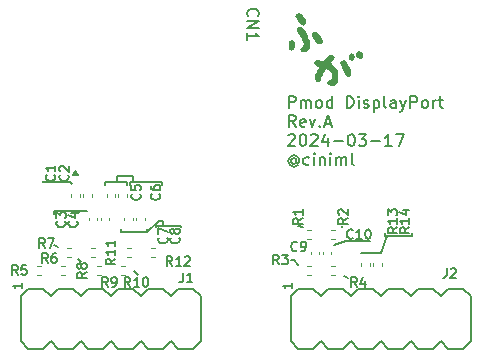
<source format=gto>
G04 #@! TF.GenerationSoftware,KiCad,Pcbnew,8.0.0*
G04 #@! TF.CreationDate,2024-03-17T08:28:34+09:00*
G04 #@! TF.ProjectId,Pmod_DisplayPort,506d6f64-5f44-4697-9370-6c6179506f72,rev?*
G04 #@! TF.SameCoordinates,PXae6870PY2719c40*
G04 #@! TF.FileFunction,Legend,Top*
G04 #@! TF.FilePolarity,Positive*
%FSLAX46Y46*%
G04 Gerber Fmt 4.6, Leading zero omitted, Abs format (unit mm)*
G04 Created by KiCad (PCBNEW 8.0.0) date 2024-03-17 08:28:34*
%MOMM*%
%LPD*%
G01*
G04 APERTURE LIST*
%ADD10C,0.150000*%
%ADD11C,0.010000*%
%ADD12C,0.120000*%
G04 APERTURE END LIST*
D10*
X-4826000Y14224000D02*
X-2667000Y14224000D01*
X1948000Y9144000D02*
X2286000Y8763000D01*
X508000Y17145000D02*
X508000Y16637000D01*
X15494000Y10033000D02*
X15834000Y9616000D01*
X4318000Y16383000D02*
X4318000Y16637000D01*
X-2667000Y14224000D02*
X-2667000Y14097000D01*
X19939000Y11684000D02*
X21971000Y11684000D01*
X1397000Y16637000D02*
X1397000Y16383000D01*
X3048000Y12446000D02*
X3048000Y12700000D01*
X-5715000Y16637000D02*
X-3429000Y16637000D01*
X23241000Y12065000D02*
X23241000Y12319000D01*
X508000Y16637000D02*
X-508000Y16637000D01*
X25400000Y12065000D02*
X25527000Y12065000D01*
X1905000Y17145000D02*
X508000Y17145000D01*
X1905000Y16637000D02*
X1905000Y17145000D01*
X23368000Y12065000D02*
X25400000Y12065000D01*
X22860000Y10668000D02*
X23368000Y12065000D01*
X889000Y12446000D02*
X889000Y12700000D01*
X-4826000Y11303000D02*
X-4488000Y11138000D01*
X3810000Y12954000D02*
X5969000Y12954000D01*
X15875000Y12954000D02*
X16256000Y12827000D01*
X20066000Y8509000D02*
X19728000Y8674000D01*
X-3429000Y16637000D02*
X-3429000Y16764000D01*
X-5715000Y16764000D02*
X-5715000Y16637000D01*
X508000Y16637000D02*
X1397000Y16637000D01*
X4445000Y12954000D02*
X4445000Y13335000D01*
X4064000Y13335000D02*
X3048000Y12446000D01*
X15240000Y10033000D02*
X15494000Y10033000D01*
X18923000Y11303000D02*
X19939000Y11684000D01*
X23368000Y12065000D02*
X23241000Y12065000D01*
X19558000Y12827000D02*
X19558000Y12954000D01*
X25527000Y12065000D02*
X25527000Y12319000D01*
X5969000Y12954000D02*
X5969000Y12827000D01*
X4445000Y13335000D02*
X4064000Y13335000D01*
X-2667000Y14224000D02*
X-2032000Y14224000D01*
X3810000Y12827000D02*
X3810000Y12954000D01*
X1651000Y16637000D02*
X1651000Y16383000D01*
X-508000Y16637000D02*
X-508000Y16383000D01*
X-2540000Y9906000D02*
X-2794000Y10160000D01*
X-4826000Y13970000D02*
X-4826000Y14224000D01*
X3048000Y12446000D02*
X889000Y12446000D01*
X21209000Y10668000D02*
X22860000Y10668000D01*
X-3429000Y16637000D02*
X-3302000Y16510000D01*
X4318000Y16637000D02*
X1651000Y16637000D01*
X15068779Y22915097D02*
X15068779Y23915097D01*
X15068779Y23915097D02*
X15449731Y23915097D01*
X15449731Y23915097D02*
X15544969Y23867478D01*
X15544969Y23867478D02*
X15592588Y23819859D01*
X15592588Y23819859D02*
X15640207Y23724621D01*
X15640207Y23724621D02*
X15640207Y23581764D01*
X15640207Y23581764D02*
X15592588Y23486526D01*
X15592588Y23486526D02*
X15544969Y23438907D01*
X15544969Y23438907D02*
X15449731Y23391288D01*
X15449731Y23391288D02*
X15068779Y23391288D01*
X16068779Y22915097D02*
X16068779Y23581764D01*
X16068779Y23486526D02*
X16116398Y23534145D01*
X16116398Y23534145D02*
X16211636Y23581764D01*
X16211636Y23581764D02*
X16354493Y23581764D01*
X16354493Y23581764D02*
X16449731Y23534145D01*
X16449731Y23534145D02*
X16497350Y23438907D01*
X16497350Y23438907D02*
X16497350Y22915097D01*
X16497350Y23438907D02*
X16544969Y23534145D01*
X16544969Y23534145D02*
X16640207Y23581764D01*
X16640207Y23581764D02*
X16783064Y23581764D01*
X16783064Y23581764D02*
X16878303Y23534145D01*
X16878303Y23534145D02*
X16925922Y23438907D01*
X16925922Y23438907D02*
X16925922Y22915097D01*
X17544969Y22915097D02*
X17449731Y22962716D01*
X17449731Y22962716D02*
X17402112Y23010336D01*
X17402112Y23010336D02*
X17354493Y23105574D01*
X17354493Y23105574D02*
X17354493Y23391288D01*
X17354493Y23391288D02*
X17402112Y23486526D01*
X17402112Y23486526D02*
X17449731Y23534145D01*
X17449731Y23534145D02*
X17544969Y23581764D01*
X17544969Y23581764D02*
X17687826Y23581764D01*
X17687826Y23581764D02*
X17783064Y23534145D01*
X17783064Y23534145D02*
X17830683Y23486526D01*
X17830683Y23486526D02*
X17878302Y23391288D01*
X17878302Y23391288D02*
X17878302Y23105574D01*
X17878302Y23105574D02*
X17830683Y23010336D01*
X17830683Y23010336D02*
X17783064Y22962716D01*
X17783064Y22962716D02*
X17687826Y22915097D01*
X17687826Y22915097D02*
X17544969Y22915097D01*
X18735445Y22915097D02*
X18735445Y23915097D01*
X18735445Y22962716D02*
X18640207Y22915097D01*
X18640207Y22915097D02*
X18449731Y22915097D01*
X18449731Y22915097D02*
X18354493Y22962716D01*
X18354493Y22962716D02*
X18306874Y23010336D01*
X18306874Y23010336D02*
X18259255Y23105574D01*
X18259255Y23105574D02*
X18259255Y23391288D01*
X18259255Y23391288D02*
X18306874Y23486526D01*
X18306874Y23486526D02*
X18354493Y23534145D01*
X18354493Y23534145D02*
X18449731Y23581764D01*
X18449731Y23581764D02*
X18640207Y23581764D01*
X18640207Y23581764D02*
X18735445Y23534145D01*
X19973541Y22915097D02*
X19973541Y23915097D01*
X19973541Y23915097D02*
X20211636Y23915097D01*
X20211636Y23915097D02*
X20354493Y23867478D01*
X20354493Y23867478D02*
X20449731Y23772240D01*
X20449731Y23772240D02*
X20497350Y23677002D01*
X20497350Y23677002D02*
X20544969Y23486526D01*
X20544969Y23486526D02*
X20544969Y23343669D01*
X20544969Y23343669D02*
X20497350Y23153193D01*
X20497350Y23153193D02*
X20449731Y23057955D01*
X20449731Y23057955D02*
X20354493Y22962716D01*
X20354493Y22962716D02*
X20211636Y22915097D01*
X20211636Y22915097D02*
X19973541Y22915097D01*
X20973541Y22915097D02*
X20973541Y23581764D01*
X20973541Y23915097D02*
X20925922Y23867478D01*
X20925922Y23867478D02*
X20973541Y23819859D01*
X20973541Y23819859D02*
X21021160Y23867478D01*
X21021160Y23867478D02*
X20973541Y23915097D01*
X20973541Y23915097D02*
X20973541Y23819859D01*
X21402112Y22962716D02*
X21497350Y22915097D01*
X21497350Y22915097D02*
X21687826Y22915097D01*
X21687826Y22915097D02*
X21783064Y22962716D01*
X21783064Y22962716D02*
X21830683Y23057955D01*
X21830683Y23057955D02*
X21830683Y23105574D01*
X21830683Y23105574D02*
X21783064Y23200812D01*
X21783064Y23200812D02*
X21687826Y23248431D01*
X21687826Y23248431D02*
X21544969Y23248431D01*
X21544969Y23248431D02*
X21449731Y23296050D01*
X21449731Y23296050D02*
X21402112Y23391288D01*
X21402112Y23391288D02*
X21402112Y23438907D01*
X21402112Y23438907D02*
X21449731Y23534145D01*
X21449731Y23534145D02*
X21544969Y23581764D01*
X21544969Y23581764D02*
X21687826Y23581764D01*
X21687826Y23581764D02*
X21783064Y23534145D01*
X22259255Y23581764D02*
X22259255Y22581764D01*
X22259255Y23534145D02*
X22354493Y23581764D01*
X22354493Y23581764D02*
X22544969Y23581764D01*
X22544969Y23581764D02*
X22640207Y23534145D01*
X22640207Y23534145D02*
X22687826Y23486526D01*
X22687826Y23486526D02*
X22735445Y23391288D01*
X22735445Y23391288D02*
X22735445Y23105574D01*
X22735445Y23105574D02*
X22687826Y23010336D01*
X22687826Y23010336D02*
X22640207Y22962716D01*
X22640207Y22962716D02*
X22544969Y22915097D01*
X22544969Y22915097D02*
X22354493Y22915097D01*
X22354493Y22915097D02*
X22259255Y22962716D01*
X23306874Y22915097D02*
X23211636Y22962716D01*
X23211636Y22962716D02*
X23164017Y23057955D01*
X23164017Y23057955D02*
X23164017Y23915097D01*
X24116398Y22915097D02*
X24116398Y23438907D01*
X24116398Y23438907D02*
X24068779Y23534145D01*
X24068779Y23534145D02*
X23973541Y23581764D01*
X23973541Y23581764D02*
X23783065Y23581764D01*
X23783065Y23581764D02*
X23687827Y23534145D01*
X24116398Y22962716D02*
X24021160Y22915097D01*
X24021160Y22915097D02*
X23783065Y22915097D01*
X23783065Y22915097D02*
X23687827Y22962716D01*
X23687827Y22962716D02*
X23640208Y23057955D01*
X23640208Y23057955D02*
X23640208Y23153193D01*
X23640208Y23153193D02*
X23687827Y23248431D01*
X23687827Y23248431D02*
X23783065Y23296050D01*
X23783065Y23296050D02*
X24021160Y23296050D01*
X24021160Y23296050D02*
X24116398Y23343669D01*
X24497351Y23581764D02*
X24735446Y22915097D01*
X24973541Y23581764D02*
X24735446Y22915097D01*
X24735446Y22915097D02*
X24640208Y22677002D01*
X24640208Y22677002D02*
X24592589Y22629383D01*
X24592589Y22629383D02*
X24497351Y22581764D01*
X25354494Y22915097D02*
X25354494Y23915097D01*
X25354494Y23915097D02*
X25735446Y23915097D01*
X25735446Y23915097D02*
X25830684Y23867478D01*
X25830684Y23867478D02*
X25878303Y23819859D01*
X25878303Y23819859D02*
X25925922Y23724621D01*
X25925922Y23724621D02*
X25925922Y23581764D01*
X25925922Y23581764D02*
X25878303Y23486526D01*
X25878303Y23486526D02*
X25830684Y23438907D01*
X25830684Y23438907D02*
X25735446Y23391288D01*
X25735446Y23391288D02*
X25354494Y23391288D01*
X26497351Y22915097D02*
X26402113Y22962716D01*
X26402113Y22962716D02*
X26354494Y23010336D01*
X26354494Y23010336D02*
X26306875Y23105574D01*
X26306875Y23105574D02*
X26306875Y23391288D01*
X26306875Y23391288D02*
X26354494Y23486526D01*
X26354494Y23486526D02*
X26402113Y23534145D01*
X26402113Y23534145D02*
X26497351Y23581764D01*
X26497351Y23581764D02*
X26640208Y23581764D01*
X26640208Y23581764D02*
X26735446Y23534145D01*
X26735446Y23534145D02*
X26783065Y23486526D01*
X26783065Y23486526D02*
X26830684Y23391288D01*
X26830684Y23391288D02*
X26830684Y23105574D01*
X26830684Y23105574D02*
X26783065Y23010336D01*
X26783065Y23010336D02*
X26735446Y22962716D01*
X26735446Y22962716D02*
X26640208Y22915097D01*
X26640208Y22915097D02*
X26497351Y22915097D01*
X27259256Y22915097D02*
X27259256Y23581764D01*
X27259256Y23391288D02*
X27306875Y23486526D01*
X27306875Y23486526D02*
X27354494Y23534145D01*
X27354494Y23534145D02*
X27449732Y23581764D01*
X27449732Y23581764D02*
X27544970Y23581764D01*
X27735447Y23581764D02*
X28116399Y23581764D01*
X27878304Y23915097D02*
X27878304Y23057955D01*
X27878304Y23057955D02*
X27925923Y22962716D01*
X27925923Y22962716D02*
X28021161Y22915097D01*
X28021161Y22915097D02*
X28116399Y22915097D01*
X15640207Y21305153D02*
X15306874Y21781344D01*
X15068779Y21305153D02*
X15068779Y22305153D01*
X15068779Y22305153D02*
X15449731Y22305153D01*
X15449731Y22305153D02*
X15544969Y22257534D01*
X15544969Y22257534D02*
X15592588Y22209915D01*
X15592588Y22209915D02*
X15640207Y22114677D01*
X15640207Y22114677D02*
X15640207Y21971820D01*
X15640207Y21971820D02*
X15592588Y21876582D01*
X15592588Y21876582D02*
X15544969Y21828963D01*
X15544969Y21828963D02*
X15449731Y21781344D01*
X15449731Y21781344D02*
X15068779Y21781344D01*
X16449731Y21352772D02*
X16354493Y21305153D01*
X16354493Y21305153D02*
X16164017Y21305153D01*
X16164017Y21305153D02*
X16068779Y21352772D01*
X16068779Y21352772D02*
X16021160Y21448011D01*
X16021160Y21448011D02*
X16021160Y21828963D01*
X16021160Y21828963D02*
X16068779Y21924201D01*
X16068779Y21924201D02*
X16164017Y21971820D01*
X16164017Y21971820D02*
X16354493Y21971820D01*
X16354493Y21971820D02*
X16449731Y21924201D01*
X16449731Y21924201D02*
X16497350Y21828963D01*
X16497350Y21828963D02*
X16497350Y21733725D01*
X16497350Y21733725D02*
X16021160Y21638487D01*
X16830684Y21971820D02*
X17068779Y21305153D01*
X17068779Y21305153D02*
X17306874Y21971820D01*
X17687827Y21400392D02*
X17735446Y21352772D01*
X17735446Y21352772D02*
X17687827Y21305153D01*
X17687827Y21305153D02*
X17640208Y21352772D01*
X17640208Y21352772D02*
X17687827Y21400392D01*
X17687827Y21400392D02*
X17687827Y21305153D01*
X18116398Y21590868D02*
X18592588Y21590868D01*
X18021160Y21305153D02*
X18354493Y22305153D01*
X18354493Y22305153D02*
X18687826Y21305153D01*
X15021160Y20599971D02*
X15068779Y20647590D01*
X15068779Y20647590D02*
X15164017Y20695209D01*
X15164017Y20695209D02*
X15402112Y20695209D01*
X15402112Y20695209D02*
X15497350Y20647590D01*
X15497350Y20647590D02*
X15544969Y20599971D01*
X15544969Y20599971D02*
X15592588Y20504733D01*
X15592588Y20504733D02*
X15592588Y20409495D01*
X15592588Y20409495D02*
X15544969Y20266638D01*
X15544969Y20266638D02*
X14973541Y19695209D01*
X14973541Y19695209D02*
X15592588Y19695209D01*
X16211636Y20695209D02*
X16306874Y20695209D01*
X16306874Y20695209D02*
X16402112Y20647590D01*
X16402112Y20647590D02*
X16449731Y20599971D01*
X16449731Y20599971D02*
X16497350Y20504733D01*
X16497350Y20504733D02*
X16544969Y20314257D01*
X16544969Y20314257D02*
X16544969Y20076162D01*
X16544969Y20076162D02*
X16497350Y19885686D01*
X16497350Y19885686D02*
X16449731Y19790448D01*
X16449731Y19790448D02*
X16402112Y19742828D01*
X16402112Y19742828D02*
X16306874Y19695209D01*
X16306874Y19695209D02*
X16211636Y19695209D01*
X16211636Y19695209D02*
X16116398Y19742828D01*
X16116398Y19742828D02*
X16068779Y19790448D01*
X16068779Y19790448D02*
X16021160Y19885686D01*
X16021160Y19885686D02*
X15973541Y20076162D01*
X15973541Y20076162D02*
X15973541Y20314257D01*
X15973541Y20314257D02*
X16021160Y20504733D01*
X16021160Y20504733D02*
X16068779Y20599971D01*
X16068779Y20599971D02*
X16116398Y20647590D01*
X16116398Y20647590D02*
X16211636Y20695209D01*
X16925922Y20599971D02*
X16973541Y20647590D01*
X16973541Y20647590D02*
X17068779Y20695209D01*
X17068779Y20695209D02*
X17306874Y20695209D01*
X17306874Y20695209D02*
X17402112Y20647590D01*
X17402112Y20647590D02*
X17449731Y20599971D01*
X17449731Y20599971D02*
X17497350Y20504733D01*
X17497350Y20504733D02*
X17497350Y20409495D01*
X17497350Y20409495D02*
X17449731Y20266638D01*
X17449731Y20266638D02*
X16878303Y19695209D01*
X16878303Y19695209D02*
X17497350Y19695209D01*
X18354493Y20361876D02*
X18354493Y19695209D01*
X18116398Y20742828D02*
X17878303Y20028543D01*
X17878303Y20028543D02*
X18497350Y20028543D01*
X18878303Y20076162D02*
X19640208Y20076162D01*
X20306874Y20695209D02*
X20402112Y20695209D01*
X20402112Y20695209D02*
X20497350Y20647590D01*
X20497350Y20647590D02*
X20544969Y20599971D01*
X20544969Y20599971D02*
X20592588Y20504733D01*
X20592588Y20504733D02*
X20640207Y20314257D01*
X20640207Y20314257D02*
X20640207Y20076162D01*
X20640207Y20076162D02*
X20592588Y19885686D01*
X20592588Y19885686D02*
X20544969Y19790448D01*
X20544969Y19790448D02*
X20497350Y19742828D01*
X20497350Y19742828D02*
X20402112Y19695209D01*
X20402112Y19695209D02*
X20306874Y19695209D01*
X20306874Y19695209D02*
X20211636Y19742828D01*
X20211636Y19742828D02*
X20164017Y19790448D01*
X20164017Y19790448D02*
X20116398Y19885686D01*
X20116398Y19885686D02*
X20068779Y20076162D01*
X20068779Y20076162D02*
X20068779Y20314257D01*
X20068779Y20314257D02*
X20116398Y20504733D01*
X20116398Y20504733D02*
X20164017Y20599971D01*
X20164017Y20599971D02*
X20211636Y20647590D01*
X20211636Y20647590D02*
X20306874Y20695209D01*
X20973541Y20695209D02*
X21592588Y20695209D01*
X21592588Y20695209D02*
X21259255Y20314257D01*
X21259255Y20314257D02*
X21402112Y20314257D01*
X21402112Y20314257D02*
X21497350Y20266638D01*
X21497350Y20266638D02*
X21544969Y20219019D01*
X21544969Y20219019D02*
X21592588Y20123781D01*
X21592588Y20123781D02*
X21592588Y19885686D01*
X21592588Y19885686D02*
X21544969Y19790448D01*
X21544969Y19790448D02*
X21497350Y19742828D01*
X21497350Y19742828D02*
X21402112Y19695209D01*
X21402112Y19695209D02*
X21116398Y19695209D01*
X21116398Y19695209D02*
X21021160Y19742828D01*
X21021160Y19742828D02*
X20973541Y19790448D01*
X22021160Y20076162D02*
X22783065Y20076162D01*
X23783064Y19695209D02*
X23211636Y19695209D01*
X23497350Y19695209D02*
X23497350Y20695209D01*
X23497350Y20695209D02*
X23402112Y20552352D01*
X23402112Y20552352D02*
X23306874Y20457114D01*
X23306874Y20457114D02*
X23211636Y20409495D01*
X24116398Y20695209D02*
X24783064Y20695209D01*
X24783064Y20695209D02*
X24354493Y19695209D01*
X15687826Y18561456D02*
X15640207Y18609075D01*
X15640207Y18609075D02*
X15544969Y18656694D01*
X15544969Y18656694D02*
X15449731Y18656694D01*
X15449731Y18656694D02*
X15354493Y18609075D01*
X15354493Y18609075D02*
X15306874Y18561456D01*
X15306874Y18561456D02*
X15259255Y18466218D01*
X15259255Y18466218D02*
X15259255Y18370980D01*
X15259255Y18370980D02*
X15306874Y18275742D01*
X15306874Y18275742D02*
X15354493Y18228123D01*
X15354493Y18228123D02*
X15449731Y18180504D01*
X15449731Y18180504D02*
X15544969Y18180504D01*
X15544969Y18180504D02*
X15640207Y18228123D01*
X15640207Y18228123D02*
X15687826Y18275742D01*
X15687826Y18656694D02*
X15687826Y18275742D01*
X15687826Y18275742D02*
X15735445Y18228123D01*
X15735445Y18228123D02*
X15783064Y18228123D01*
X15783064Y18228123D02*
X15878303Y18275742D01*
X15878303Y18275742D02*
X15925922Y18370980D01*
X15925922Y18370980D02*
X15925922Y18609075D01*
X15925922Y18609075D02*
X15830684Y18751932D01*
X15830684Y18751932D02*
X15687826Y18847170D01*
X15687826Y18847170D02*
X15497350Y18894789D01*
X15497350Y18894789D02*
X15306874Y18847170D01*
X15306874Y18847170D02*
X15164017Y18751932D01*
X15164017Y18751932D02*
X15068779Y18609075D01*
X15068779Y18609075D02*
X15021160Y18418599D01*
X15021160Y18418599D02*
X15068779Y18228123D01*
X15068779Y18228123D02*
X15164017Y18085265D01*
X15164017Y18085265D02*
X15306874Y17990027D01*
X15306874Y17990027D02*
X15497350Y17942408D01*
X15497350Y17942408D02*
X15687826Y17990027D01*
X15687826Y17990027D02*
X15830684Y18085265D01*
X16783064Y18132884D02*
X16687826Y18085265D01*
X16687826Y18085265D02*
X16497350Y18085265D01*
X16497350Y18085265D02*
X16402112Y18132884D01*
X16402112Y18132884D02*
X16354493Y18180504D01*
X16354493Y18180504D02*
X16306874Y18275742D01*
X16306874Y18275742D02*
X16306874Y18561456D01*
X16306874Y18561456D02*
X16354493Y18656694D01*
X16354493Y18656694D02*
X16402112Y18704313D01*
X16402112Y18704313D02*
X16497350Y18751932D01*
X16497350Y18751932D02*
X16687826Y18751932D01*
X16687826Y18751932D02*
X16783064Y18704313D01*
X17211636Y18085265D02*
X17211636Y18751932D01*
X17211636Y19085265D02*
X17164017Y19037646D01*
X17164017Y19037646D02*
X17211636Y18990027D01*
X17211636Y18990027D02*
X17259255Y19037646D01*
X17259255Y19037646D02*
X17211636Y19085265D01*
X17211636Y19085265D02*
X17211636Y18990027D01*
X17687826Y18751932D02*
X17687826Y18085265D01*
X17687826Y18656694D02*
X17735445Y18704313D01*
X17735445Y18704313D02*
X17830683Y18751932D01*
X17830683Y18751932D02*
X17973540Y18751932D01*
X17973540Y18751932D02*
X18068778Y18704313D01*
X18068778Y18704313D02*
X18116397Y18609075D01*
X18116397Y18609075D02*
X18116397Y18085265D01*
X18592588Y18085265D02*
X18592588Y18751932D01*
X18592588Y19085265D02*
X18544969Y19037646D01*
X18544969Y19037646D02*
X18592588Y18990027D01*
X18592588Y18990027D02*
X18640207Y19037646D01*
X18640207Y19037646D02*
X18592588Y19085265D01*
X18592588Y19085265D02*
X18592588Y18990027D01*
X19068778Y18085265D02*
X19068778Y18751932D01*
X19068778Y18656694D02*
X19116397Y18704313D01*
X19116397Y18704313D02*
X19211635Y18751932D01*
X19211635Y18751932D02*
X19354492Y18751932D01*
X19354492Y18751932D02*
X19449730Y18704313D01*
X19449730Y18704313D02*
X19497349Y18609075D01*
X19497349Y18609075D02*
X19497349Y18085265D01*
X19497349Y18609075D02*
X19544968Y18704313D01*
X19544968Y18704313D02*
X19640206Y18751932D01*
X19640206Y18751932D02*
X19783063Y18751932D01*
X19783063Y18751932D02*
X19878302Y18704313D01*
X19878302Y18704313D02*
X19925921Y18609075D01*
X19925921Y18609075D02*
X19925921Y18085265D01*
X20544968Y18085265D02*
X20449730Y18132884D01*
X20449730Y18132884D02*
X20402111Y18228123D01*
X20402111Y18228123D02*
X20402111Y19085265D01*
X6103333Y8977705D02*
X6103333Y8406277D01*
X6103333Y8406277D02*
X6065238Y8291991D01*
X6065238Y8291991D02*
X5989047Y8215800D01*
X5989047Y8215800D02*
X5874762Y8177705D01*
X5874762Y8177705D02*
X5798571Y8177705D01*
X6903333Y8177705D02*
X6446190Y8177705D01*
X6674762Y8177705D02*
X6674762Y8977705D01*
X6674762Y8977705D02*
X6598571Y8863420D01*
X6598571Y8863420D02*
X6522381Y8787229D01*
X6522381Y8787229D02*
X6446190Y8749134D01*
X-7511705Y8102572D02*
X-7511705Y7645429D01*
X-7511705Y7874001D02*
X-8311705Y7874001D01*
X-8311705Y7874001D02*
X-8197420Y7797810D01*
X-8197420Y7797810D02*
X-8121229Y7721620D01*
X-8121229Y7721620D02*
X-8083134Y7645429D01*
X20474303Y11905896D02*
X20436207Y11867800D01*
X20436207Y11867800D02*
X20321922Y11829705D01*
X20321922Y11829705D02*
X20245731Y11829705D01*
X20245731Y11829705D02*
X20131445Y11867800D01*
X20131445Y11867800D02*
X20055255Y11943991D01*
X20055255Y11943991D02*
X20017160Y12020181D01*
X20017160Y12020181D02*
X19979064Y12172562D01*
X19979064Y12172562D02*
X19979064Y12286848D01*
X19979064Y12286848D02*
X20017160Y12439229D01*
X20017160Y12439229D02*
X20055255Y12515420D01*
X20055255Y12515420D02*
X20131445Y12591610D01*
X20131445Y12591610D02*
X20245731Y12629705D01*
X20245731Y12629705D02*
X20321922Y12629705D01*
X20321922Y12629705D02*
X20436207Y12591610D01*
X20436207Y12591610D02*
X20474303Y12553515D01*
X21236207Y11829705D02*
X20779064Y11829705D01*
X21007636Y11829705D02*
X21007636Y12629705D01*
X21007636Y12629705D02*
X20931445Y12515420D01*
X20931445Y12515420D02*
X20855255Y12439229D01*
X20855255Y12439229D02*
X20779064Y12401134D01*
X21731446Y12629705D02*
X21807636Y12629705D01*
X21807636Y12629705D02*
X21883827Y12591610D01*
X21883827Y12591610D02*
X21921922Y12553515D01*
X21921922Y12553515D02*
X21960017Y12477324D01*
X21960017Y12477324D02*
X21998112Y12324943D01*
X21998112Y12324943D02*
X21998112Y12134467D01*
X21998112Y12134467D02*
X21960017Y11982086D01*
X21960017Y11982086D02*
X21921922Y11905896D01*
X21921922Y11905896D02*
X21883827Y11867800D01*
X21883827Y11867800D02*
X21807636Y11829705D01*
X21807636Y11829705D02*
X21731446Y11829705D01*
X21731446Y11829705D02*
X21655255Y11867800D01*
X21655255Y11867800D02*
X21617160Y11905896D01*
X21617160Y11905896D02*
X21579065Y11982086D01*
X21579065Y11982086D02*
X21540969Y12134467D01*
X21540969Y12134467D02*
X21540969Y12324943D01*
X21540969Y12324943D02*
X21579065Y12477324D01*
X21579065Y12477324D02*
X21617160Y12553515D01*
X21617160Y12553515D02*
X21655255Y12591610D01*
X21655255Y12591610D02*
X21731446Y12629705D01*
X25254295Y12820715D02*
X24873342Y12554048D01*
X25254295Y12363572D02*
X24454295Y12363572D01*
X24454295Y12363572D02*
X24454295Y12668334D01*
X24454295Y12668334D02*
X24492390Y12744524D01*
X24492390Y12744524D02*
X24530485Y12782619D01*
X24530485Y12782619D02*
X24606676Y12820715D01*
X24606676Y12820715D02*
X24720961Y12820715D01*
X24720961Y12820715D02*
X24797152Y12782619D01*
X24797152Y12782619D02*
X24835247Y12744524D01*
X24835247Y12744524D02*
X24873342Y12668334D01*
X24873342Y12668334D02*
X24873342Y12363572D01*
X25254295Y13582619D02*
X25254295Y13125476D01*
X25254295Y13354048D02*
X24454295Y13354048D01*
X24454295Y13354048D02*
X24568580Y13277857D01*
X24568580Y13277857D02*
X24644771Y13201667D01*
X24644771Y13201667D02*
X24682866Y13125476D01*
X24720961Y14268334D02*
X25254295Y14268334D01*
X24416200Y14077858D02*
X24987628Y13887381D01*
X24987628Y13887381D02*
X24987628Y14382620D01*
X-2888896Y13319304D02*
X-2850800Y13281208D01*
X-2850800Y13281208D02*
X-2812705Y13166923D01*
X-2812705Y13166923D02*
X-2812705Y13090732D01*
X-2812705Y13090732D02*
X-2850800Y12976446D01*
X-2850800Y12976446D02*
X-2926991Y12900256D01*
X-2926991Y12900256D02*
X-3003181Y12862161D01*
X-3003181Y12862161D02*
X-3155562Y12824065D01*
X-3155562Y12824065D02*
X-3269848Y12824065D01*
X-3269848Y12824065D02*
X-3422229Y12862161D01*
X-3422229Y12862161D02*
X-3498420Y12900256D01*
X-3498420Y12900256D02*
X-3574610Y12976446D01*
X-3574610Y12976446D02*
X-3612705Y13090732D01*
X-3612705Y13090732D02*
X-3612705Y13166923D01*
X-3612705Y13166923D02*
X-3574610Y13281208D01*
X-3574610Y13281208D02*
X-3536515Y13319304D01*
X-3346039Y14005018D02*
X-2812705Y14005018D01*
X-3650800Y13814542D02*
X-3079372Y13624065D01*
X-3079372Y13624065D02*
X-3079372Y14119304D01*
X1644714Y7765705D02*
X1378047Y8146658D01*
X1187571Y7765705D02*
X1187571Y8565705D01*
X1187571Y8565705D02*
X1492333Y8565705D01*
X1492333Y8565705D02*
X1568523Y8527610D01*
X1568523Y8527610D02*
X1606618Y8489515D01*
X1606618Y8489515D02*
X1644714Y8413324D01*
X1644714Y8413324D02*
X1644714Y8299039D01*
X1644714Y8299039D02*
X1606618Y8222848D01*
X1606618Y8222848D02*
X1568523Y8184753D01*
X1568523Y8184753D02*
X1492333Y8146658D01*
X1492333Y8146658D02*
X1187571Y8146658D01*
X2406618Y7765705D02*
X1949475Y7765705D01*
X2178047Y7765705D02*
X2178047Y8565705D01*
X2178047Y8565705D02*
X2101856Y8451420D01*
X2101856Y8451420D02*
X2025666Y8375229D01*
X2025666Y8375229D02*
X1949475Y8337134D01*
X2901857Y8565705D02*
X2978047Y8565705D01*
X2978047Y8565705D02*
X3054238Y8527610D01*
X3054238Y8527610D02*
X3092333Y8489515D01*
X3092333Y8489515D02*
X3130428Y8413324D01*
X3130428Y8413324D02*
X3168523Y8260943D01*
X3168523Y8260943D02*
X3168523Y8070467D01*
X3168523Y8070467D02*
X3130428Y7918086D01*
X3130428Y7918086D02*
X3092333Y7841896D01*
X3092333Y7841896D02*
X3054238Y7803800D01*
X3054238Y7803800D02*
X2978047Y7765705D01*
X2978047Y7765705D02*
X2901857Y7765705D01*
X2901857Y7765705D02*
X2825666Y7803800D01*
X2825666Y7803800D02*
X2787571Y7841896D01*
X2787571Y7841896D02*
X2749476Y7918086D01*
X2749476Y7918086D02*
X2711380Y8070467D01*
X2711380Y8070467D02*
X2711380Y8260943D01*
X2711380Y8260943D02*
X2749476Y8413324D01*
X2749476Y8413324D02*
X2787571Y8489515D01*
X2787571Y8489515D02*
X2825666Y8527610D01*
X2825666Y8527610D02*
X2901857Y8565705D01*
X5747104Y11941031D02*
X5785200Y11902935D01*
X5785200Y11902935D02*
X5823295Y11788650D01*
X5823295Y11788650D02*
X5823295Y11712459D01*
X5823295Y11712459D02*
X5785200Y11598173D01*
X5785200Y11598173D02*
X5709009Y11521983D01*
X5709009Y11521983D02*
X5632819Y11483888D01*
X5632819Y11483888D02*
X5480438Y11445792D01*
X5480438Y11445792D02*
X5366152Y11445792D01*
X5366152Y11445792D02*
X5213771Y11483888D01*
X5213771Y11483888D02*
X5137580Y11521983D01*
X5137580Y11521983D02*
X5061390Y11598173D01*
X5061390Y11598173D02*
X5023295Y11712459D01*
X5023295Y11712459D02*
X5023295Y11788650D01*
X5023295Y11788650D02*
X5061390Y11902935D01*
X5061390Y11902935D02*
X5099485Y11941031D01*
X5366152Y12398173D02*
X5328057Y12321983D01*
X5328057Y12321983D02*
X5289961Y12283888D01*
X5289961Y12283888D02*
X5213771Y12245792D01*
X5213771Y12245792D02*
X5175676Y12245792D01*
X5175676Y12245792D02*
X5099485Y12283888D01*
X5099485Y12283888D02*
X5061390Y12321983D01*
X5061390Y12321983D02*
X5023295Y12398173D01*
X5023295Y12398173D02*
X5023295Y12550554D01*
X5023295Y12550554D02*
X5061390Y12626745D01*
X5061390Y12626745D02*
X5099485Y12664840D01*
X5099485Y12664840D02*
X5175676Y12702935D01*
X5175676Y12702935D02*
X5213771Y12702935D01*
X5213771Y12702935D02*
X5289961Y12664840D01*
X5289961Y12664840D02*
X5328057Y12626745D01*
X5328057Y12626745D02*
X5366152Y12550554D01*
X5366152Y12550554D02*
X5366152Y12398173D01*
X5366152Y12398173D02*
X5404247Y12321983D01*
X5404247Y12321983D02*
X5442342Y12283888D01*
X5442342Y12283888D02*
X5518533Y12245792D01*
X5518533Y12245792D02*
X5670914Y12245792D01*
X5670914Y12245792D02*
X5747104Y12283888D01*
X5747104Y12283888D02*
X5785200Y12321983D01*
X5785200Y12321983D02*
X5823295Y12398173D01*
X5823295Y12398173D02*
X5823295Y12550554D01*
X5823295Y12550554D02*
X5785200Y12626745D01*
X5785200Y12626745D02*
X5747104Y12664840D01*
X5747104Y12664840D02*
X5670914Y12702935D01*
X5670914Y12702935D02*
X5518533Y12702935D01*
X5518533Y12702935D02*
X5442342Y12664840D01*
X5442342Y12664840D02*
X5404247Y12626745D01*
X5404247Y12626745D02*
X5366152Y12550554D01*
X14217667Y9670705D02*
X13951000Y10051658D01*
X13760524Y9670705D02*
X13760524Y10470705D01*
X13760524Y10470705D02*
X14065286Y10470705D01*
X14065286Y10470705D02*
X14141476Y10432610D01*
X14141476Y10432610D02*
X14179571Y10394515D01*
X14179571Y10394515D02*
X14217667Y10318324D01*
X14217667Y10318324D02*
X14217667Y10204039D01*
X14217667Y10204039D02*
X14179571Y10127848D01*
X14179571Y10127848D02*
X14141476Y10089753D01*
X14141476Y10089753D02*
X14065286Y10051658D01*
X14065286Y10051658D02*
X13760524Y10051658D01*
X14484333Y10470705D02*
X14979571Y10470705D01*
X14979571Y10470705D02*
X14712905Y10165943D01*
X14712905Y10165943D02*
X14827190Y10165943D01*
X14827190Y10165943D02*
X14903381Y10127848D01*
X14903381Y10127848D02*
X14941476Y10089753D01*
X14941476Y10089753D02*
X14979571Y10013562D01*
X14979571Y10013562D02*
X14979571Y9823086D01*
X14979571Y9823086D02*
X14941476Y9746896D01*
X14941476Y9746896D02*
X14903381Y9708800D01*
X14903381Y9708800D02*
X14827190Y9670705D01*
X14827190Y9670705D02*
X14598619Y9670705D01*
X14598619Y9670705D02*
X14522428Y9708800D01*
X14522428Y9708800D02*
X14484333Y9746896D01*
X362295Y10153715D02*
X-18658Y9887048D01*
X362295Y9696572D02*
X-437705Y9696572D01*
X-437705Y9696572D02*
X-437705Y10001334D01*
X-437705Y10001334D02*
X-399610Y10077524D01*
X-399610Y10077524D02*
X-361515Y10115619D01*
X-361515Y10115619D02*
X-285324Y10153715D01*
X-285324Y10153715D02*
X-171039Y10153715D01*
X-171039Y10153715D02*
X-94848Y10115619D01*
X-94848Y10115619D02*
X-56753Y10077524D01*
X-56753Y10077524D02*
X-18658Y10001334D01*
X-18658Y10001334D02*
X-18658Y9696572D01*
X362295Y10915619D02*
X362295Y10458476D01*
X362295Y10687048D02*
X-437705Y10687048D01*
X-437705Y10687048D02*
X-323420Y10610857D01*
X-323420Y10610857D02*
X-247229Y10534667D01*
X-247229Y10534667D02*
X-209134Y10458476D01*
X362295Y11677524D02*
X362295Y11220381D01*
X362295Y11448953D02*
X-437705Y11448953D01*
X-437705Y11448953D02*
X-323420Y11372762D01*
X-323420Y11372762D02*
X-247229Y11296572D01*
X-247229Y11296572D02*
X-209134Y11220381D01*
X28435333Y9327705D02*
X28435333Y8756277D01*
X28435333Y8756277D02*
X28397238Y8641991D01*
X28397238Y8641991D02*
X28321047Y8565800D01*
X28321047Y8565800D02*
X28206762Y8527705D01*
X28206762Y8527705D02*
X28130571Y8527705D01*
X28778190Y9251515D02*
X28816286Y9289610D01*
X28816286Y9289610D02*
X28892476Y9327705D01*
X28892476Y9327705D02*
X29082952Y9327705D01*
X29082952Y9327705D02*
X29159143Y9289610D01*
X29159143Y9289610D02*
X29197238Y9251515D01*
X29197238Y9251515D02*
X29235333Y9175324D01*
X29235333Y9175324D02*
X29235333Y9099134D01*
X29235333Y9099134D02*
X29197238Y8984848D01*
X29197238Y8984848D02*
X28740095Y8527705D01*
X28740095Y8527705D02*
X29235333Y8527705D01*
X15348295Y8102572D02*
X15348295Y7645429D01*
X15348295Y7874001D02*
X14548295Y7874001D01*
X14548295Y7874001D02*
X14662580Y7797810D01*
X14662580Y7797810D02*
X14738771Y7721620D01*
X14738771Y7721620D02*
X14776866Y7645429D01*
X-3650896Y17256304D02*
X-3612800Y17218208D01*
X-3612800Y17218208D02*
X-3574705Y17103923D01*
X-3574705Y17103923D02*
X-3574705Y17027732D01*
X-3574705Y17027732D02*
X-3612800Y16913446D01*
X-3612800Y16913446D02*
X-3688991Y16837256D01*
X-3688991Y16837256D02*
X-3765181Y16799161D01*
X-3765181Y16799161D02*
X-3917562Y16761065D01*
X-3917562Y16761065D02*
X-4031848Y16761065D01*
X-4031848Y16761065D02*
X-4184229Y16799161D01*
X-4184229Y16799161D02*
X-4260420Y16837256D01*
X-4260420Y16837256D02*
X-4336610Y16913446D01*
X-4336610Y16913446D02*
X-4374705Y17027732D01*
X-4374705Y17027732D02*
X-4374705Y17103923D01*
X-4374705Y17103923D02*
X-4336610Y17218208D01*
X-4336610Y17218208D02*
X-4298515Y17256304D01*
X-4298515Y17561065D02*
X-4336610Y17599161D01*
X-4336610Y17599161D02*
X-4374705Y17675351D01*
X-4374705Y17675351D02*
X-4374705Y17865827D01*
X-4374705Y17865827D02*
X-4336610Y17942018D01*
X-4336610Y17942018D02*
X-4298515Y17980113D01*
X-4298515Y17980113D02*
X-4222324Y18018208D01*
X-4222324Y18018208D02*
X-4146134Y18018208D01*
X-4146134Y18018208D02*
X-4031848Y17980113D01*
X-4031848Y17980113D02*
X-3574705Y17522970D01*
X-3574705Y17522970D02*
X-3574705Y18018208D01*
X20821667Y7765705D02*
X20555000Y8146658D01*
X20364524Y7765705D02*
X20364524Y8565705D01*
X20364524Y8565705D02*
X20669286Y8565705D01*
X20669286Y8565705D02*
X20745476Y8527610D01*
X20745476Y8527610D02*
X20783571Y8489515D01*
X20783571Y8489515D02*
X20821667Y8413324D01*
X20821667Y8413324D02*
X20821667Y8299039D01*
X20821667Y8299039D02*
X20783571Y8222848D01*
X20783571Y8222848D02*
X20745476Y8184753D01*
X20745476Y8184753D02*
X20669286Y8146658D01*
X20669286Y8146658D02*
X20364524Y8146658D01*
X21507381Y8299039D02*
X21507381Y7765705D01*
X21316905Y8603800D02*
X21126428Y8032372D01*
X21126428Y8032372D02*
X21621667Y8032372D01*
X-7880333Y8781705D02*
X-8147000Y9162658D01*
X-8337476Y8781705D02*
X-8337476Y9581705D01*
X-8337476Y9581705D02*
X-8032714Y9581705D01*
X-8032714Y9581705D02*
X-7956524Y9543610D01*
X-7956524Y9543610D02*
X-7918429Y9505515D01*
X-7918429Y9505515D02*
X-7880333Y9429324D01*
X-7880333Y9429324D02*
X-7880333Y9315039D01*
X-7880333Y9315039D02*
X-7918429Y9238848D01*
X-7918429Y9238848D02*
X-7956524Y9200753D01*
X-7956524Y9200753D02*
X-8032714Y9162658D01*
X-8032714Y9162658D02*
X-8337476Y9162658D01*
X-7156524Y9581705D02*
X-7537476Y9581705D01*
X-7537476Y9581705D02*
X-7575572Y9200753D01*
X-7575572Y9200753D02*
X-7537476Y9238848D01*
X-7537476Y9238848D02*
X-7461286Y9276943D01*
X-7461286Y9276943D02*
X-7270810Y9276943D01*
X-7270810Y9276943D02*
X-7194619Y9238848D01*
X-7194619Y9238848D02*
X-7156524Y9200753D01*
X-7156524Y9200753D02*
X-7118429Y9124562D01*
X-7118429Y9124562D02*
X-7118429Y8934086D01*
X-7118429Y8934086D02*
X-7156524Y8857896D01*
X-7156524Y8857896D02*
X-7194619Y8819800D01*
X-7194619Y8819800D02*
X-7270810Y8781705D01*
X-7270810Y8781705D02*
X-7461286Y8781705D01*
X-7461286Y8781705D02*
X-7537476Y8819800D01*
X-7537476Y8819800D02*
X-7575572Y8857896D01*
X-2050705Y9010668D02*
X-2431658Y8744001D01*
X-2050705Y8553525D02*
X-2850705Y8553525D01*
X-2850705Y8553525D02*
X-2850705Y8858287D01*
X-2850705Y8858287D02*
X-2812610Y8934477D01*
X-2812610Y8934477D02*
X-2774515Y8972572D01*
X-2774515Y8972572D02*
X-2698324Y9010668D01*
X-2698324Y9010668D02*
X-2584039Y9010668D01*
X-2584039Y9010668D02*
X-2507848Y8972572D01*
X-2507848Y8972572D02*
X-2469753Y8934477D01*
X-2469753Y8934477D02*
X-2431658Y8858287D01*
X-2431658Y8858287D02*
X-2431658Y8553525D01*
X-2507848Y9467810D02*
X-2545943Y9391620D01*
X-2545943Y9391620D02*
X-2584039Y9353525D01*
X-2584039Y9353525D02*
X-2660229Y9315429D01*
X-2660229Y9315429D02*
X-2698324Y9315429D01*
X-2698324Y9315429D02*
X-2774515Y9353525D01*
X-2774515Y9353525D02*
X-2812610Y9391620D01*
X-2812610Y9391620D02*
X-2850705Y9467810D01*
X-2850705Y9467810D02*
X-2850705Y9620191D01*
X-2850705Y9620191D02*
X-2812610Y9696382D01*
X-2812610Y9696382D02*
X-2774515Y9734477D01*
X-2774515Y9734477D02*
X-2698324Y9772572D01*
X-2698324Y9772572D02*
X-2660229Y9772572D01*
X-2660229Y9772572D02*
X-2584039Y9734477D01*
X-2584039Y9734477D02*
X-2545943Y9696382D01*
X-2545943Y9696382D02*
X-2507848Y9620191D01*
X-2507848Y9620191D02*
X-2507848Y9467810D01*
X-2507848Y9467810D02*
X-2469753Y9391620D01*
X-2469753Y9391620D02*
X-2431658Y9353525D01*
X-2431658Y9353525D02*
X-2355467Y9315429D01*
X-2355467Y9315429D02*
X-2203086Y9315429D01*
X-2203086Y9315429D02*
X-2126896Y9353525D01*
X-2126896Y9353525D02*
X-2088800Y9391620D01*
X-2088800Y9391620D02*
X-2050705Y9467810D01*
X-2050705Y9467810D02*
X-2050705Y9620191D01*
X-2050705Y9620191D02*
X-2088800Y9696382D01*
X-2088800Y9696382D02*
X-2126896Y9734477D01*
X-2126896Y9734477D02*
X-2203086Y9772572D01*
X-2203086Y9772572D02*
X-2355467Y9772572D01*
X-2355467Y9772572D02*
X-2431658Y9734477D01*
X-2431658Y9734477D02*
X-2469753Y9696382D01*
X-2469753Y9696382D02*
X-2507848Y9620191D01*
X4096104Y15624031D02*
X4134200Y15585935D01*
X4134200Y15585935D02*
X4172295Y15471650D01*
X4172295Y15471650D02*
X4172295Y15395459D01*
X4172295Y15395459D02*
X4134200Y15281173D01*
X4134200Y15281173D02*
X4058009Y15204983D01*
X4058009Y15204983D02*
X3981819Y15166888D01*
X3981819Y15166888D02*
X3829438Y15128792D01*
X3829438Y15128792D02*
X3715152Y15128792D01*
X3715152Y15128792D02*
X3562771Y15166888D01*
X3562771Y15166888D02*
X3486580Y15204983D01*
X3486580Y15204983D02*
X3410390Y15281173D01*
X3410390Y15281173D02*
X3372295Y15395459D01*
X3372295Y15395459D02*
X3372295Y15471650D01*
X3372295Y15471650D02*
X3410390Y15585935D01*
X3410390Y15585935D02*
X3448485Y15624031D01*
X3372295Y16309745D02*
X3372295Y16157364D01*
X3372295Y16157364D02*
X3410390Y16081173D01*
X3410390Y16081173D02*
X3448485Y16043078D01*
X3448485Y16043078D02*
X3562771Y15966888D01*
X3562771Y15966888D02*
X3715152Y15928792D01*
X3715152Y15928792D02*
X4019914Y15928792D01*
X4019914Y15928792D02*
X4096104Y15966888D01*
X4096104Y15966888D02*
X4134200Y16004983D01*
X4134200Y16004983D02*
X4172295Y16081173D01*
X4172295Y16081173D02*
X4172295Y16233554D01*
X4172295Y16233554D02*
X4134200Y16309745D01*
X4134200Y16309745D02*
X4096104Y16347840D01*
X4096104Y16347840D02*
X4019914Y16385935D01*
X4019914Y16385935D02*
X3829438Y16385935D01*
X3829438Y16385935D02*
X3753247Y16347840D01*
X3753247Y16347840D02*
X3715152Y16309745D01*
X3715152Y16309745D02*
X3677057Y16233554D01*
X3677057Y16233554D02*
X3677057Y16081173D01*
X3677057Y16081173D02*
X3715152Y16004983D01*
X3715152Y16004983D02*
X3753247Y15966888D01*
X3753247Y15966888D02*
X3829438Y15928792D01*
X15751030Y10873756D02*
X15712934Y10835660D01*
X15712934Y10835660D02*
X15598649Y10797565D01*
X15598649Y10797565D02*
X15522458Y10797565D01*
X15522458Y10797565D02*
X15408172Y10835660D01*
X15408172Y10835660D02*
X15331982Y10911851D01*
X15331982Y10911851D02*
X15293887Y10988041D01*
X15293887Y10988041D02*
X15255791Y11140422D01*
X15255791Y11140422D02*
X15255791Y11254708D01*
X15255791Y11254708D02*
X15293887Y11407089D01*
X15293887Y11407089D02*
X15331982Y11483280D01*
X15331982Y11483280D02*
X15408172Y11559470D01*
X15408172Y11559470D02*
X15522458Y11597565D01*
X15522458Y11597565D02*
X15598649Y11597565D01*
X15598649Y11597565D02*
X15712934Y11559470D01*
X15712934Y11559470D02*
X15751030Y11521375D01*
X16131982Y10797565D02*
X16284363Y10797565D01*
X16284363Y10797565D02*
X16360553Y10835660D01*
X16360553Y10835660D02*
X16398649Y10873756D01*
X16398649Y10873756D02*
X16474839Y10988041D01*
X16474839Y10988041D02*
X16512934Y11140422D01*
X16512934Y11140422D02*
X16512934Y11445184D01*
X16512934Y11445184D02*
X16474839Y11521375D01*
X16474839Y11521375D02*
X16436744Y11559470D01*
X16436744Y11559470D02*
X16360553Y11597565D01*
X16360553Y11597565D02*
X16208172Y11597565D01*
X16208172Y11597565D02*
X16131982Y11559470D01*
X16131982Y11559470D02*
X16093887Y11521375D01*
X16093887Y11521375D02*
X16055791Y11445184D01*
X16055791Y11445184D02*
X16055791Y11254708D01*
X16055791Y11254708D02*
X16093887Y11178518D01*
X16093887Y11178518D02*
X16131982Y11140422D01*
X16131982Y11140422D02*
X16208172Y11102327D01*
X16208172Y11102327D02*
X16360553Y11102327D01*
X16360553Y11102327D02*
X16436744Y11140422D01*
X16436744Y11140422D02*
X16474839Y11178518D01*
X16474839Y11178518D02*
X16512934Y11254708D01*
X-260333Y7765705D02*
X-527000Y8146658D01*
X-717476Y7765705D02*
X-717476Y8565705D01*
X-717476Y8565705D02*
X-412714Y8565705D01*
X-412714Y8565705D02*
X-336524Y8527610D01*
X-336524Y8527610D02*
X-298429Y8489515D01*
X-298429Y8489515D02*
X-260333Y8413324D01*
X-260333Y8413324D02*
X-260333Y8299039D01*
X-260333Y8299039D02*
X-298429Y8222848D01*
X-298429Y8222848D02*
X-336524Y8184753D01*
X-336524Y8184753D02*
X-412714Y8146658D01*
X-412714Y8146658D02*
X-717476Y8146658D01*
X120619Y7765705D02*
X273000Y7765705D01*
X273000Y7765705D02*
X349190Y7803800D01*
X349190Y7803800D02*
X387286Y7841896D01*
X387286Y7841896D02*
X463476Y7956181D01*
X463476Y7956181D02*
X501571Y8108562D01*
X501571Y8108562D02*
X501571Y8413324D01*
X501571Y8413324D02*
X463476Y8489515D01*
X463476Y8489515D02*
X425381Y8527610D01*
X425381Y8527610D02*
X349190Y8565705D01*
X349190Y8565705D02*
X196809Y8565705D01*
X196809Y8565705D02*
X120619Y8527610D01*
X120619Y8527610D02*
X82524Y8489515D01*
X82524Y8489515D02*
X44428Y8413324D01*
X44428Y8413324D02*
X44428Y8222848D01*
X44428Y8222848D02*
X82524Y8146658D01*
X82524Y8146658D02*
X120619Y8108562D01*
X120619Y8108562D02*
X196809Y8070467D01*
X196809Y8070467D02*
X349190Y8070467D01*
X349190Y8070467D02*
X425381Y8108562D01*
X425381Y8108562D02*
X463476Y8146658D01*
X463476Y8146658D02*
X501571Y8222848D01*
X11640419Y30690477D02*
X11592800Y30738096D01*
X11592800Y30738096D02*
X11545180Y30880953D01*
X11545180Y30880953D02*
X11545180Y30976191D01*
X11545180Y30976191D02*
X11592800Y31119048D01*
X11592800Y31119048D02*
X11688038Y31214286D01*
X11688038Y31214286D02*
X11783276Y31261905D01*
X11783276Y31261905D02*
X11973752Y31309524D01*
X11973752Y31309524D02*
X12116609Y31309524D01*
X12116609Y31309524D02*
X12307085Y31261905D01*
X12307085Y31261905D02*
X12402323Y31214286D01*
X12402323Y31214286D02*
X12497561Y31119048D01*
X12497561Y31119048D02*
X12545180Y30976191D01*
X12545180Y30976191D02*
X12545180Y30880953D01*
X12545180Y30880953D02*
X12497561Y30738096D01*
X12497561Y30738096D02*
X12449942Y30690477D01*
X11545180Y30261905D02*
X12545180Y30261905D01*
X12545180Y30261905D02*
X11545180Y29690477D01*
X11545180Y29690477D02*
X12545180Y29690477D01*
X11545180Y28690477D02*
X11545180Y29261905D01*
X11545180Y28976191D02*
X12545180Y28976191D01*
X12545180Y28976191D02*
X12402323Y29071429D01*
X12402323Y29071429D02*
X12307085Y29166667D01*
X12307085Y29166667D02*
X12259466Y29261905D01*
X2445104Y15624031D02*
X2483200Y15585935D01*
X2483200Y15585935D02*
X2521295Y15471650D01*
X2521295Y15471650D02*
X2521295Y15395459D01*
X2521295Y15395459D02*
X2483200Y15281173D01*
X2483200Y15281173D02*
X2407009Y15204983D01*
X2407009Y15204983D02*
X2330819Y15166888D01*
X2330819Y15166888D02*
X2178438Y15128792D01*
X2178438Y15128792D02*
X2064152Y15128792D01*
X2064152Y15128792D02*
X1911771Y15166888D01*
X1911771Y15166888D02*
X1835580Y15204983D01*
X1835580Y15204983D02*
X1759390Y15281173D01*
X1759390Y15281173D02*
X1721295Y15395459D01*
X1721295Y15395459D02*
X1721295Y15471650D01*
X1721295Y15471650D02*
X1759390Y15585935D01*
X1759390Y15585935D02*
X1797485Y15624031D01*
X1721295Y16347840D02*
X1721295Y15966888D01*
X1721295Y15966888D02*
X2102247Y15928792D01*
X2102247Y15928792D02*
X2064152Y15966888D01*
X2064152Y15966888D02*
X2026057Y16043078D01*
X2026057Y16043078D02*
X2026057Y16233554D01*
X2026057Y16233554D02*
X2064152Y16309745D01*
X2064152Y16309745D02*
X2102247Y16347840D01*
X2102247Y16347840D02*
X2178438Y16385935D01*
X2178438Y16385935D02*
X2368914Y16385935D01*
X2368914Y16385935D02*
X2445104Y16347840D01*
X2445104Y16347840D02*
X2483200Y16309745D01*
X2483200Y16309745D02*
X2521295Y16233554D01*
X2521295Y16233554D02*
X2521295Y16043078D01*
X2521295Y16043078D02*
X2483200Y15966888D01*
X2483200Y15966888D02*
X2445104Y15928792D01*
X-3904896Y13319304D02*
X-3866800Y13281208D01*
X-3866800Y13281208D02*
X-3828705Y13166923D01*
X-3828705Y13166923D02*
X-3828705Y13090732D01*
X-3828705Y13090732D02*
X-3866800Y12976446D01*
X-3866800Y12976446D02*
X-3942991Y12900256D01*
X-3942991Y12900256D02*
X-4019181Y12862161D01*
X-4019181Y12862161D02*
X-4171562Y12824065D01*
X-4171562Y12824065D02*
X-4285848Y12824065D01*
X-4285848Y12824065D02*
X-4438229Y12862161D01*
X-4438229Y12862161D02*
X-4514420Y12900256D01*
X-4514420Y12900256D02*
X-4590610Y12976446D01*
X-4590610Y12976446D02*
X-4628705Y13090732D01*
X-4628705Y13090732D02*
X-4628705Y13166923D01*
X-4628705Y13166923D02*
X-4590610Y13281208D01*
X-4590610Y13281208D02*
X-4552515Y13319304D01*
X-4628705Y13585970D02*
X-4628705Y14081208D01*
X-4628705Y14081208D02*
X-4323943Y13814542D01*
X-4323943Y13814542D02*
X-4323943Y13928827D01*
X-4323943Y13928827D02*
X-4285848Y14005018D01*
X-4285848Y14005018D02*
X-4247753Y14043113D01*
X-4247753Y14043113D02*
X-4171562Y14081208D01*
X-4171562Y14081208D02*
X-3981086Y14081208D01*
X-3981086Y14081208D02*
X-3904896Y14043113D01*
X-3904896Y14043113D02*
X-3866800Y14005018D01*
X-3866800Y14005018D02*
X-3828705Y13928827D01*
X-3828705Y13928827D02*
X-3828705Y13700256D01*
X-3828705Y13700256D02*
X-3866800Y13624065D01*
X-3866800Y13624065D02*
X-3904896Y13585970D01*
X-4793896Y17256304D02*
X-4755800Y17218208D01*
X-4755800Y17218208D02*
X-4717705Y17103923D01*
X-4717705Y17103923D02*
X-4717705Y17027732D01*
X-4717705Y17027732D02*
X-4755800Y16913446D01*
X-4755800Y16913446D02*
X-4831991Y16837256D01*
X-4831991Y16837256D02*
X-4908181Y16799161D01*
X-4908181Y16799161D02*
X-5060562Y16761065D01*
X-5060562Y16761065D02*
X-5174848Y16761065D01*
X-5174848Y16761065D02*
X-5327229Y16799161D01*
X-5327229Y16799161D02*
X-5403420Y16837256D01*
X-5403420Y16837256D02*
X-5479610Y16913446D01*
X-5479610Y16913446D02*
X-5517705Y17027732D01*
X-5517705Y17027732D02*
X-5517705Y17103923D01*
X-5517705Y17103923D02*
X-5479610Y17218208D01*
X-5479610Y17218208D02*
X-5441515Y17256304D01*
X-4717705Y18018208D02*
X-4717705Y17561065D01*
X-4717705Y17789637D02*
X-5517705Y17789637D01*
X-5517705Y17789637D02*
X-5403420Y17713446D01*
X-5403420Y17713446D02*
X-5327229Y17637256D01*
X-5327229Y17637256D02*
X-5289134Y17561065D01*
X24238295Y12820715D02*
X23857342Y12554048D01*
X24238295Y12363572D02*
X23438295Y12363572D01*
X23438295Y12363572D02*
X23438295Y12668334D01*
X23438295Y12668334D02*
X23476390Y12744524D01*
X23476390Y12744524D02*
X23514485Y12782619D01*
X23514485Y12782619D02*
X23590676Y12820715D01*
X23590676Y12820715D02*
X23704961Y12820715D01*
X23704961Y12820715D02*
X23781152Y12782619D01*
X23781152Y12782619D02*
X23819247Y12744524D01*
X23819247Y12744524D02*
X23857342Y12668334D01*
X23857342Y12668334D02*
X23857342Y12363572D01*
X24238295Y13582619D02*
X24238295Y13125476D01*
X24238295Y13354048D02*
X23438295Y13354048D01*
X23438295Y13354048D02*
X23552580Y13277857D01*
X23552580Y13277857D02*
X23628771Y13201667D01*
X23628771Y13201667D02*
X23666866Y13125476D01*
X23438295Y13849286D02*
X23438295Y14344524D01*
X23438295Y14344524D02*
X23743057Y14077858D01*
X23743057Y14077858D02*
X23743057Y14192143D01*
X23743057Y14192143D02*
X23781152Y14268334D01*
X23781152Y14268334D02*
X23819247Y14306429D01*
X23819247Y14306429D02*
X23895438Y14344524D01*
X23895438Y14344524D02*
X24085914Y14344524D01*
X24085914Y14344524D02*
X24162104Y14306429D01*
X24162104Y14306429D02*
X24200200Y14268334D01*
X24200200Y14268334D02*
X24238295Y14192143D01*
X24238295Y14192143D02*
X24238295Y13963572D01*
X24238295Y13963572D02*
X24200200Y13887381D01*
X24200200Y13887381D02*
X24162104Y13849286D01*
X5200714Y9543705D02*
X4934047Y9924658D01*
X4743571Y9543705D02*
X4743571Y10343705D01*
X4743571Y10343705D02*
X5048333Y10343705D01*
X5048333Y10343705D02*
X5124523Y10305610D01*
X5124523Y10305610D02*
X5162618Y10267515D01*
X5162618Y10267515D02*
X5200714Y10191324D01*
X5200714Y10191324D02*
X5200714Y10077039D01*
X5200714Y10077039D02*
X5162618Y10000848D01*
X5162618Y10000848D02*
X5124523Y9962753D01*
X5124523Y9962753D02*
X5048333Y9924658D01*
X5048333Y9924658D02*
X4743571Y9924658D01*
X5962618Y9543705D02*
X5505475Y9543705D01*
X5734047Y9543705D02*
X5734047Y10343705D01*
X5734047Y10343705D02*
X5657856Y10229420D01*
X5657856Y10229420D02*
X5581666Y10153229D01*
X5581666Y10153229D02*
X5505475Y10115134D01*
X6267380Y10267515D02*
X6305476Y10305610D01*
X6305476Y10305610D02*
X6381666Y10343705D01*
X6381666Y10343705D02*
X6572142Y10343705D01*
X6572142Y10343705D02*
X6648333Y10305610D01*
X6648333Y10305610D02*
X6686428Y10267515D01*
X6686428Y10267515D02*
X6724523Y10191324D01*
X6724523Y10191324D02*
X6724523Y10115134D01*
X6724523Y10115134D02*
X6686428Y10000848D01*
X6686428Y10000848D02*
X6229285Y9543705D01*
X6229285Y9543705D02*
X6724523Y9543705D01*
X16237295Y13582668D02*
X15856342Y13316001D01*
X16237295Y13125525D02*
X15437295Y13125525D01*
X15437295Y13125525D02*
X15437295Y13430287D01*
X15437295Y13430287D02*
X15475390Y13506477D01*
X15475390Y13506477D02*
X15513485Y13544572D01*
X15513485Y13544572D02*
X15589676Y13582668D01*
X15589676Y13582668D02*
X15703961Y13582668D01*
X15703961Y13582668D02*
X15780152Y13544572D01*
X15780152Y13544572D02*
X15818247Y13506477D01*
X15818247Y13506477D02*
X15856342Y13430287D01*
X15856342Y13430287D02*
X15856342Y13125525D01*
X16237295Y14344572D02*
X16237295Y13887429D01*
X16237295Y14116001D02*
X15437295Y14116001D01*
X15437295Y14116001D02*
X15551580Y14039810D01*
X15551580Y14039810D02*
X15627771Y13963620D01*
X15627771Y13963620D02*
X15665866Y13887429D01*
X-5594333Y11067705D02*
X-5861000Y11448658D01*
X-6051476Y11067705D02*
X-6051476Y11867705D01*
X-6051476Y11867705D02*
X-5746714Y11867705D01*
X-5746714Y11867705D02*
X-5670524Y11829610D01*
X-5670524Y11829610D02*
X-5632429Y11791515D01*
X-5632429Y11791515D02*
X-5594333Y11715324D01*
X-5594333Y11715324D02*
X-5594333Y11601039D01*
X-5594333Y11601039D02*
X-5632429Y11524848D01*
X-5632429Y11524848D02*
X-5670524Y11486753D01*
X-5670524Y11486753D02*
X-5746714Y11448658D01*
X-5746714Y11448658D02*
X-6051476Y11448658D01*
X-5327667Y11867705D02*
X-4794333Y11867705D01*
X-4794333Y11867705D02*
X-5137191Y11067705D01*
X4731104Y11941031D02*
X4769200Y11902935D01*
X4769200Y11902935D02*
X4807295Y11788650D01*
X4807295Y11788650D02*
X4807295Y11712459D01*
X4807295Y11712459D02*
X4769200Y11598173D01*
X4769200Y11598173D02*
X4693009Y11521983D01*
X4693009Y11521983D02*
X4616819Y11483888D01*
X4616819Y11483888D02*
X4464438Y11445792D01*
X4464438Y11445792D02*
X4350152Y11445792D01*
X4350152Y11445792D02*
X4197771Y11483888D01*
X4197771Y11483888D02*
X4121580Y11521983D01*
X4121580Y11521983D02*
X4045390Y11598173D01*
X4045390Y11598173D02*
X4007295Y11712459D01*
X4007295Y11712459D02*
X4007295Y11788650D01*
X4007295Y11788650D02*
X4045390Y11902935D01*
X4045390Y11902935D02*
X4083485Y11941031D01*
X4007295Y12207697D02*
X4007295Y12741031D01*
X4007295Y12741031D02*
X4807295Y12398173D01*
X20047295Y13582668D02*
X19666342Y13316001D01*
X20047295Y13125525D02*
X19247295Y13125525D01*
X19247295Y13125525D02*
X19247295Y13430287D01*
X19247295Y13430287D02*
X19285390Y13506477D01*
X19285390Y13506477D02*
X19323485Y13544572D01*
X19323485Y13544572D02*
X19399676Y13582668D01*
X19399676Y13582668D02*
X19513961Y13582668D01*
X19513961Y13582668D02*
X19590152Y13544572D01*
X19590152Y13544572D02*
X19628247Y13506477D01*
X19628247Y13506477D02*
X19666342Y13430287D01*
X19666342Y13430287D02*
X19666342Y13125525D01*
X19323485Y13887429D02*
X19285390Y13925525D01*
X19285390Y13925525D02*
X19247295Y14001715D01*
X19247295Y14001715D02*
X19247295Y14192191D01*
X19247295Y14192191D02*
X19285390Y14268382D01*
X19285390Y14268382D02*
X19323485Y14306477D01*
X19323485Y14306477D02*
X19399676Y14344572D01*
X19399676Y14344572D02*
X19475866Y14344572D01*
X19475866Y14344572D02*
X19590152Y14306477D01*
X19590152Y14306477D02*
X20047295Y13849334D01*
X20047295Y13849334D02*
X20047295Y14344572D01*
X-5340333Y9797705D02*
X-5607000Y10178658D01*
X-5797476Y9797705D02*
X-5797476Y10597705D01*
X-5797476Y10597705D02*
X-5492714Y10597705D01*
X-5492714Y10597705D02*
X-5416524Y10559610D01*
X-5416524Y10559610D02*
X-5378429Y10521515D01*
X-5378429Y10521515D02*
X-5340333Y10445324D01*
X-5340333Y10445324D02*
X-5340333Y10331039D01*
X-5340333Y10331039D02*
X-5378429Y10254848D01*
X-5378429Y10254848D02*
X-5416524Y10216753D01*
X-5416524Y10216753D02*
X-5492714Y10178658D01*
X-5492714Y10178658D02*
X-5797476Y10178658D01*
X-4654619Y10597705D02*
X-4807000Y10597705D01*
X-4807000Y10597705D02*
X-4883191Y10559610D01*
X-4883191Y10559610D02*
X-4921286Y10521515D01*
X-4921286Y10521515D02*
X-4997476Y10407229D01*
X-4997476Y10407229D02*
X-5035572Y10254848D01*
X-5035572Y10254848D02*
X-5035572Y9950086D01*
X-5035572Y9950086D02*
X-4997476Y9873896D01*
X-4997476Y9873896D02*
X-4959381Y9835800D01*
X-4959381Y9835800D02*
X-4883191Y9797705D01*
X-4883191Y9797705D02*
X-4730810Y9797705D01*
X-4730810Y9797705D02*
X-4654619Y9835800D01*
X-4654619Y9835800D02*
X-4616524Y9873896D01*
X-4616524Y9873896D02*
X-4578429Y9950086D01*
X-4578429Y9950086D02*
X-4578429Y10140562D01*
X-4578429Y10140562D02*
X-4616524Y10216753D01*
X-4616524Y10216753D02*
X-4654619Y10254848D01*
X-4654619Y10254848D02*
X-4730810Y10292943D01*
X-4730810Y10292943D02*
X-4883191Y10292943D01*
X-4883191Y10292943D02*
X-4959381Y10254848D01*
X-4959381Y10254848D02*
X-4997476Y10216753D01*
X-4997476Y10216753D02*
X-5035572Y10140562D01*
D11*
G04 #@! TO.C,LOGO1*
X20427534Y27508148D02*
X20466593Y27476777D01*
X20516262Y27424479D01*
X20539658Y27364998D01*
X20545765Y27274647D01*
X20545778Y27268073D01*
X20528945Y27138267D01*
X20478161Y27053316D01*
X20392998Y27012665D01*
X20345897Y27008666D01*
X20255536Y27028912D01*
X20195049Y27083028D01*
X20145825Y27190279D01*
X20136556Y27278075D01*
X20144784Y27366449D01*
X20178069Y27428485D01*
X20223388Y27471824D01*
X20301159Y27527463D01*
X20362815Y27539440D01*
X20427534Y27508148D01*
G36*
X20427534Y27508148D02*
G01*
X20466593Y27476777D01*
X20516262Y27424479D01*
X20539658Y27364998D01*
X20545765Y27274647D01*
X20545778Y27268073D01*
X20528945Y27138267D01*
X20478161Y27053316D01*
X20392998Y27012665D01*
X20345897Y27008666D01*
X20255536Y27028912D01*
X20195049Y27083028D01*
X20145825Y27190279D01*
X20136556Y27278075D01*
X20144784Y27366449D01*
X20178069Y27428485D01*
X20223388Y27471824D01*
X20301159Y27527463D01*
X20362815Y27539440D01*
X20427534Y27508148D01*
G37*
X21061714Y27676572D02*
X21112144Y27653795D01*
X21237222Y27591328D01*
X21237222Y27389368D01*
X21233234Y27270653D01*
X21220760Y27203386D01*
X21201945Y27183175D01*
X21150587Y27175029D01*
X21077398Y27161517D01*
X21021413Y27156896D01*
X20970802Y27173326D01*
X20908835Y27218618D01*
X20858202Y27263855D01*
X20763329Y27362051D01*
X20716018Y27442276D01*
X20714042Y27513150D01*
X20755173Y27583291D01*
X20771128Y27600887D01*
X20863040Y27675682D01*
X20955230Y27700186D01*
X21061714Y27676572D01*
G36*
X21061714Y27676572D02*
G01*
X21112144Y27653795D01*
X21237222Y27591328D01*
X21237222Y27389368D01*
X21233234Y27270653D01*
X21220760Y27203386D01*
X21201945Y27183175D01*
X21150587Y27175029D01*
X21077398Y27161517D01*
X21021413Y27156896D01*
X20970802Y27173326D01*
X20908835Y27218618D01*
X20858202Y27263855D01*
X20763329Y27362051D01*
X20716018Y27442276D01*
X20714042Y27513150D01*
X20755173Y27583291D01*
X20771128Y27600887D01*
X20863040Y27675682D01*
X20955230Y27700186D01*
X21061714Y27676572D01*
G37*
X15339238Y28637439D02*
X15394970Y28589347D01*
X15485354Y28504916D01*
X15475566Y28239476D01*
X15468281Y28104645D01*
X15456659Y28013676D01*
X15438244Y27954017D01*
X15412015Y27914684D01*
X15331562Y27863169D01*
X15237897Y27856948D01*
X15150150Y27895055D01*
X15115049Y27929695D01*
X15086470Y27974395D01*
X15068855Y28029239D01*
X15059741Y28108370D01*
X15056669Y28225931D01*
X15056556Y28265853D01*
X15057303Y28389162D01*
X15061927Y28469802D01*
X15073999Y28521546D01*
X15097090Y28558166D01*
X15134772Y28593438D01*
X15143388Y28600713D01*
X15218562Y28655306D01*
X15277565Y28667832D01*
X15339238Y28637439D01*
G36*
X15339238Y28637439D02*
G01*
X15394970Y28589347D01*
X15485354Y28504916D01*
X15475566Y28239476D01*
X15468281Y28104645D01*
X15456659Y28013676D01*
X15438244Y27954017D01*
X15412015Y27914684D01*
X15331562Y27863169D01*
X15237897Y27856948D01*
X15150150Y27895055D01*
X15115049Y27929695D01*
X15086470Y27974395D01*
X15068855Y28029239D01*
X15059741Y28108370D01*
X15056669Y28225931D01*
X15056556Y28265853D01*
X15057303Y28389162D01*
X15061927Y28469802D01*
X15073999Y28521546D01*
X15097090Y28558166D01*
X15134772Y28593438D01*
X15143388Y28600713D01*
X15218562Y28655306D01*
X15277565Y28667832D01*
X15339238Y28637439D01*
G37*
X16024172Y30907847D02*
X16109787Y30843292D01*
X16168610Y30763171D01*
X16185445Y30695169D01*
X16203978Y30648960D01*
X16252830Y30577898D01*
X16321873Y30496509D01*
X16330005Y30487824D01*
X16404082Y30407201D01*
X16446034Y30350472D01*
X16463441Y30301412D01*
X16463882Y30243796D01*
X16460343Y30208785D01*
X16428246Y30082515D01*
X16365838Y30003728D01*
X16273235Y29972560D01*
X16256396Y29972000D01*
X16207259Y29978825D01*
X16155811Y30004185D01*
X16091760Y30055406D01*
X16004816Y30139812D01*
X15968946Y30176611D01*
X15881936Y30272599D01*
X15809895Y30363213D01*
X15762771Y30435367D01*
X15750760Y30463661D01*
X15716998Y30548900D01*
X15675695Y30615634D01*
X15636492Y30679889D01*
X15621000Y30732526D01*
X15643024Y30786273D01*
X15697852Y30850392D01*
X15768619Y30908442D01*
X15837651Y30943740D01*
X15928036Y30945207D01*
X16024172Y30907847D01*
G36*
X16024172Y30907847D02*
G01*
X16109787Y30843292D01*
X16168610Y30763171D01*
X16185445Y30695169D01*
X16203978Y30648960D01*
X16252830Y30577898D01*
X16321873Y30496509D01*
X16330005Y30487824D01*
X16404082Y30407201D01*
X16446034Y30350472D01*
X16463441Y30301412D01*
X16463882Y30243796D01*
X16460343Y30208785D01*
X16428246Y30082515D01*
X16365838Y30003728D01*
X16273235Y29972560D01*
X16256396Y29972000D01*
X16207259Y29978825D01*
X16155811Y30004185D01*
X16091760Y30055406D01*
X16004816Y30139812D01*
X15968946Y30176611D01*
X15881936Y30272599D01*
X15809895Y30363213D01*
X15762771Y30435367D01*
X15750760Y30463661D01*
X15716998Y30548900D01*
X15675695Y30615634D01*
X15636492Y30679889D01*
X15621000Y30732526D01*
X15643024Y30786273D01*
X15697852Y30850392D01*
X15768619Y30908442D01*
X15837651Y30943740D01*
X15928036Y30945207D01*
X16024172Y30907847D01*
G37*
X17295215Y29358897D02*
X17365895Y29304712D01*
X17450597Y29227463D01*
X17538929Y29137835D01*
X17620498Y29046512D01*
X17684910Y28964179D01*
X17721774Y28901521D01*
X17725691Y28889202D01*
X17758097Y28805014D01*
X17809828Y28723474D01*
X17811876Y28721001D01*
X17864230Y28646358D01*
X17873062Y28585977D01*
X17839139Y28519131D01*
X17820285Y28494139D01*
X17775504Y28448646D01*
X17720947Y28426458D01*
X17635394Y28419893D01*
X17614898Y28419778D01*
X17510025Y28428496D01*
X17427353Y28451284D01*
X17407440Y28462198D01*
X17358701Y28516958D01*
X17317515Y28596487D01*
X17312637Y28610365D01*
X17274285Y28689038D01*
X17210682Y28782641D01*
X17155255Y28848957D01*
X17085572Y28929550D01*
X17048292Y28992551D01*
X17033827Y29058088D01*
X17032111Y29107504D01*
X17039281Y29196372D01*
X17068796Y29257245D01*
X17118943Y29306269D01*
X17184846Y29353187D01*
X17239621Y29378107D01*
X17248951Y29379333D01*
X17295215Y29358897D01*
G36*
X17295215Y29358897D02*
G01*
X17365895Y29304712D01*
X17450597Y29227463D01*
X17538929Y29137835D01*
X17620498Y29046512D01*
X17684910Y28964179D01*
X17721774Y28901521D01*
X17725691Y28889202D01*
X17758097Y28805014D01*
X17809828Y28723474D01*
X17811876Y28721001D01*
X17864230Y28646358D01*
X17873062Y28585977D01*
X17839139Y28519131D01*
X17820285Y28494139D01*
X17775504Y28448646D01*
X17720947Y28426458D01*
X17635394Y28419893D01*
X17614898Y28419778D01*
X17510025Y28428496D01*
X17427353Y28451284D01*
X17407440Y28462198D01*
X17358701Y28516958D01*
X17317515Y28596487D01*
X17312637Y28610365D01*
X17274285Y28689038D01*
X17210682Y28782641D01*
X17155255Y28848957D01*
X17085572Y28929550D01*
X17048292Y28992551D01*
X17033827Y29058088D01*
X17032111Y29107504D01*
X17039281Y29196372D01*
X17068796Y29257245D01*
X17118943Y29306269D01*
X17184846Y29353187D01*
X17239621Y29378107D01*
X17248951Y29379333D01*
X17295215Y29358897D01*
G37*
X19736990Y26933907D02*
X19808291Y26870304D01*
X19882059Y26791072D01*
X19945749Y26710396D01*
X19986820Y26642457D01*
X19995445Y26611783D01*
X20013053Y26550888D01*
X20056389Y26479284D01*
X20066000Y26467297D01*
X20112070Y26401386D01*
X20135723Y26345733D01*
X20136556Y26337740D01*
X20151872Y26287859D01*
X20190438Y26215995D01*
X20210445Y26185411D01*
X20251439Y26118666D01*
X20271827Y26056245D01*
X20276402Y25975885D01*
X20272710Y25896214D01*
X20253012Y25754912D01*
X20212581Y25661837D01*
X20147447Y25611320D01*
X20063674Y25597555D01*
X19971579Y25618664D01*
X19914778Y25669436D01*
X19867417Y25748650D01*
X19840360Y25822708D01*
X19814456Y25893251D01*
X19783407Y25936530D01*
X19749318Y25983824D01*
X19715930Y26058288D01*
X19711098Y26072535D01*
X19679115Y26152869D01*
X19644133Y26214454D01*
X19639451Y26220277D01*
X19604115Y26276980D01*
X19570132Y26355125D01*
X19567947Y26361388D01*
X19529637Y26449017D01*
X19483513Y26524877D01*
X19482928Y26525639D01*
X19443335Y26613740D01*
X19431000Y26714703D01*
X19437774Y26799463D01*
X19467337Y26856818D01*
X19528438Y26910780D01*
X19617007Y26962385D01*
X19680697Y26967699D01*
X19736990Y26933907D01*
G36*
X19736990Y26933907D02*
G01*
X19808291Y26870304D01*
X19882059Y26791072D01*
X19945749Y26710396D01*
X19986820Y26642457D01*
X19995445Y26611783D01*
X20013053Y26550888D01*
X20056389Y26479284D01*
X20066000Y26467297D01*
X20112070Y26401386D01*
X20135723Y26345733D01*
X20136556Y26337740D01*
X20151872Y26287859D01*
X20190438Y26215995D01*
X20210445Y26185411D01*
X20251439Y26118666D01*
X20271827Y26056245D01*
X20276402Y25975885D01*
X20272710Y25896214D01*
X20253012Y25754912D01*
X20212581Y25661837D01*
X20147447Y25611320D01*
X20063674Y25597555D01*
X19971579Y25618664D01*
X19914778Y25669436D01*
X19867417Y25748650D01*
X19840360Y25822708D01*
X19814456Y25893251D01*
X19783407Y25936530D01*
X19749318Y25983824D01*
X19715930Y26058288D01*
X19711098Y26072535D01*
X19679115Y26152869D01*
X19644133Y26214454D01*
X19639451Y26220277D01*
X19604115Y26276980D01*
X19570132Y26355125D01*
X19567947Y26361388D01*
X19529637Y26449017D01*
X19483513Y26524877D01*
X19482928Y26525639D01*
X19443335Y26613740D01*
X19431000Y26714703D01*
X19437774Y26799463D01*
X19467337Y26856818D01*
X19528438Y26910780D01*
X19617007Y26962385D01*
X19680697Y26967699D01*
X19736990Y26933907D01*
G37*
X16025215Y29782230D02*
X16095895Y29728045D01*
X16180597Y29650796D01*
X16268929Y29561168D01*
X16350498Y29469845D01*
X16414910Y29387512D01*
X16451774Y29324854D01*
X16455691Y29312536D01*
X16488097Y29228348D01*
X16539828Y29146807D01*
X16541876Y29144334D01*
X16598908Y29035628D01*
X16608778Y28955088D01*
X16635710Y28823790D01*
X16681501Y28738531D01*
X16712590Y28689647D01*
X16732863Y28643751D01*
X16744185Y28587992D01*
X16748418Y28509523D01*
X16747429Y28395494D01*
X16745001Y28300955D01*
X16735778Y27970467D01*
X16612619Y27845057D01*
X16500750Y27751808D01*
X16390637Y27708285D01*
X16268184Y27710041D01*
X16218717Y27720810D01*
X16134338Y27763146D01*
X16070518Y27831678D01*
X16044358Y27907851D01*
X16044334Y27910032D01*
X16063044Y27950730D01*
X16111896Y28015541D01*
X16174474Y28084299D01*
X16251280Y28169413D01*
X16294553Y28240756D01*
X16315611Y28318824D01*
X16319279Y28346532D01*
X16322404Y28443404D01*
X16299793Y28519968D01*
X16262350Y28582264D01*
X16212586Y28669990D01*
X16177334Y28757590D01*
X16172175Y28777661D01*
X16147486Y28850774D01*
X16114519Y28899863D01*
X16080371Y28947134D01*
X16046813Y29021564D01*
X16041921Y29035868D01*
X16004031Y29113240D01*
X15940813Y29205920D01*
X15885255Y29272291D01*
X15815572Y29352884D01*
X15778292Y29415884D01*
X15763827Y29481421D01*
X15762111Y29530838D01*
X15769281Y29619705D01*
X15798796Y29680579D01*
X15848943Y29729602D01*
X15914846Y29776520D01*
X15969621Y29801441D01*
X15978951Y29802666D01*
X16025215Y29782230D01*
G36*
X16025215Y29782230D02*
G01*
X16095895Y29728045D01*
X16180597Y29650796D01*
X16268929Y29561168D01*
X16350498Y29469845D01*
X16414910Y29387512D01*
X16451774Y29324854D01*
X16455691Y29312536D01*
X16488097Y29228348D01*
X16539828Y29146807D01*
X16541876Y29144334D01*
X16598908Y29035628D01*
X16608778Y28955088D01*
X16635710Y28823790D01*
X16681501Y28738531D01*
X16712590Y28689647D01*
X16732863Y28643751D01*
X16744185Y28587992D01*
X16748418Y28509523D01*
X16747429Y28395494D01*
X16745001Y28300955D01*
X16735778Y27970467D01*
X16612619Y27845057D01*
X16500750Y27751808D01*
X16390637Y27708285D01*
X16268184Y27710041D01*
X16218717Y27720810D01*
X16134338Y27763146D01*
X16070518Y27831678D01*
X16044358Y27907851D01*
X16044334Y27910032D01*
X16063044Y27950730D01*
X16111896Y28015541D01*
X16174474Y28084299D01*
X16251280Y28169413D01*
X16294553Y28240756D01*
X16315611Y28318824D01*
X16319279Y28346532D01*
X16322404Y28443404D01*
X16299793Y28519968D01*
X16262350Y28582264D01*
X16212586Y28669990D01*
X16177334Y28757590D01*
X16172175Y28777661D01*
X16147486Y28850774D01*
X16114519Y28899863D01*
X16080371Y28947134D01*
X16046813Y29021564D01*
X16041921Y29035868D01*
X16004031Y29113240D01*
X15940813Y29205920D01*
X15885255Y29272291D01*
X15815572Y29352884D01*
X15778292Y29415884D01*
X15763827Y29481421D01*
X15762111Y29530838D01*
X15769281Y29619705D01*
X15798796Y29680579D01*
X15848943Y29729602D01*
X15914846Y29776520D01*
X15969621Y29801441D01*
X15978951Y29802666D01*
X16025215Y29782230D01*
G37*
X18608208Y27419989D02*
X18704941Y27382796D01*
X18790010Y27321669D01*
X18823591Y27281702D01*
X18849795Y27218717D01*
X18841807Y27152382D01*
X18795837Y27074156D01*
X18708095Y26975501D01*
X18671551Y26939172D01*
X18600543Y26866292D01*
X18549192Y26806613D01*
X18527975Y26772376D01*
X18527889Y26771325D01*
X18546777Y26742685D01*
X18598916Y26681738D01*
X18677521Y26595965D01*
X18775808Y26492847D01*
X18840222Y26426962D01*
X19152554Y26110395D01*
X19143611Y25629323D01*
X19134667Y25148252D01*
X19008846Y25020126D01*
X18883026Y24892000D01*
X18651061Y24892000D01*
X18535067Y24893303D01*
X18460979Y24899691D01*
X18414278Y24914882D01*
X18380444Y24942593D01*
X18360604Y24966361D01*
X18319846Y25031647D01*
X18302135Y25086708D01*
X18302111Y25088081D01*
X18325583Y25147165D01*
X18385135Y25213151D01*
X18464475Y25271897D01*
X18547310Y25309260D01*
X18560604Y25312475D01*
X18638010Y25342435D01*
X18688080Y25399990D01*
X18714336Y25493258D01*
X18720301Y25630354D01*
X18718838Y25677125D01*
X18710039Y25883695D01*
X18495523Y26093403D01*
X18403016Y26179940D01*
X18321491Y26249108D01*
X18261313Y26292512D01*
X18236545Y26303111D01*
X18184290Y26280819D01*
X18120327Y26224743D01*
X18059171Y26151079D01*
X18015338Y26076028D01*
X18004754Y26044450D01*
X17978456Y25975484D01*
X17948963Y25935915D01*
X17914874Y25888620D01*
X17881486Y25814156D01*
X17876654Y25799909D01*
X17843052Y25717501D01*
X17804593Y25652253D01*
X17799869Y25646490D01*
X17771718Y25591209D01*
X17746410Y25503068D01*
X17734974Y25439357D01*
X17704490Y25305745D01*
X17653658Y25221022D01*
X17578355Y25180017D01*
X17523674Y25174222D01*
X17438092Y25188047D01*
X17377511Y25233582D01*
X17338812Y25316920D01*
X17318874Y25444152D01*
X17314334Y25582876D01*
X17316009Y25710463D01*
X17322544Y25794449D01*
X17336205Y25847615D01*
X17359255Y25882745D01*
X17369178Y25892441D01*
X17414758Y25956241D01*
X17442571Y26030871D01*
X17472567Y26100606D01*
X17529914Y26185213D01*
X17576932Y26239494D01*
X17643732Y26314632D01*
X17664927Y26363971D01*
X17637543Y26398438D01*
X17558603Y26428963D01*
X17522468Y26439542D01*
X17438930Y26478680D01*
X17348930Y26544348D01*
X17265838Y26623535D01*
X17203028Y26703230D01*
X17173871Y26770425D01*
X17173222Y26779335D01*
X17195915Y26835449D01*
X17252627Y26900862D01*
X17326311Y26960831D01*
X17399919Y27000609D01*
X17438377Y27008666D01*
X17501159Y26993102D01*
X17581887Y26953927D01*
X17613784Y26933830D01*
X17716933Y26881266D01*
X17823483Y26855680D01*
X17918369Y26858012D01*
X17986526Y26889204D01*
X18002689Y26909536D01*
X18045215Y26969049D01*
X18115266Y27050104D01*
X18202457Y27142453D01*
X18296403Y27235844D01*
X18386719Y27320029D01*
X18463019Y27384756D01*
X18514918Y27419776D01*
X18522539Y27422610D01*
X18608208Y27419989D01*
G36*
X18608208Y27419989D02*
G01*
X18704941Y27382796D01*
X18790010Y27321669D01*
X18823591Y27281702D01*
X18849795Y27218717D01*
X18841807Y27152382D01*
X18795837Y27074156D01*
X18708095Y26975501D01*
X18671551Y26939172D01*
X18600543Y26866292D01*
X18549192Y26806613D01*
X18527975Y26772376D01*
X18527889Y26771325D01*
X18546777Y26742685D01*
X18598916Y26681738D01*
X18677521Y26595965D01*
X18775808Y26492847D01*
X18840222Y26426962D01*
X19152554Y26110395D01*
X19143611Y25629323D01*
X19134667Y25148252D01*
X19008846Y25020126D01*
X18883026Y24892000D01*
X18651061Y24892000D01*
X18535067Y24893303D01*
X18460979Y24899691D01*
X18414278Y24914882D01*
X18380444Y24942593D01*
X18360604Y24966361D01*
X18319846Y25031647D01*
X18302135Y25086708D01*
X18302111Y25088081D01*
X18325583Y25147165D01*
X18385135Y25213151D01*
X18464475Y25271897D01*
X18547310Y25309260D01*
X18560604Y25312475D01*
X18638010Y25342435D01*
X18688080Y25399990D01*
X18714336Y25493258D01*
X18720301Y25630354D01*
X18718838Y25677125D01*
X18710039Y25883695D01*
X18495523Y26093403D01*
X18403016Y26179940D01*
X18321491Y26249108D01*
X18261313Y26292512D01*
X18236545Y26303111D01*
X18184290Y26280819D01*
X18120327Y26224743D01*
X18059171Y26151079D01*
X18015338Y26076028D01*
X18004754Y26044450D01*
X17978456Y25975484D01*
X17948963Y25935915D01*
X17914874Y25888620D01*
X17881486Y25814156D01*
X17876654Y25799909D01*
X17843052Y25717501D01*
X17804593Y25652253D01*
X17799869Y25646490D01*
X17771718Y25591209D01*
X17746410Y25503068D01*
X17734974Y25439357D01*
X17704490Y25305745D01*
X17653658Y25221022D01*
X17578355Y25180017D01*
X17523674Y25174222D01*
X17438092Y25188047D01*
X17377511Y25233582D01*
X17338812Y25316920D01*
X17318874Y25444152D01*
X17314334Y25582876D01*
X17316009Y25710463D01*
X17322544Y25794449D01*
X17336205Y25847615D01*
X17359255Y25882745D01*
X17369178Y25892441D01*
X17414758Y25956241D01*
X17442571Y26030871D01*
X17472567Y26100606D01*
X17529914Y26185213D01*
X17576932Y26239494D01*
X17643732Y26314632D01*
X17664927Y26363971D01*
X17637543Y26398438D01*
X17558603Y26428963D01*
X17522468Y26439542D01*
X17438930Y26478680D01*
X17348930Y26544348D01*
X17265838Y26623535D01*
X17203028Y26703230D01*
X17173871Y26770425D01*
X17173222Y26779335D01*
X17195915Y26835449D01*
X17252627Y26900862D01*
X17326311Y26960831D01*
X17399919Y27000609D01*
X17438377Y27008666D01*
X17501159Y26993102D01*
X17581887Y26953927D01*
X17613784Y26933830D01*
X17716933Y26881266D01*
X17823483Y26855680D01*
X17918369Y26858012D01*
X17986526Y26889204D01*
X18002689Y26909536D01*
X18045215Y26969049D01*
X18115266Y27050104D01*
X18202457Y27142453D01*
X18296403Y27235844D01*
X18386719Y27320029D01*
X18463019Y27384756D01*
X18514918Y27419776D01*
X18522539Y27422610D01*
X18608208Y27419989D01*
G37*
D10*
G04 #@! TO.C,J1*
X-7620000Y6985000D02*
X-6985000Y7620000D01*
X-7620000Y3175000D02*
X-7620000Y6985000D01*
X-6985000Y7620000D02*
X-5715000Y7620000D01*
X-6985000Y2540000D02*
X-7620000Y3175000D01*
X-5715000Y7620000D02*
X-5080000Y6985000D01*
X-5715000Y2540000D02*
X-6985000Y2540000D01*
X-5080000Y6985000D02*
X-4445000Y7620000D01*
X-5080000Y3175000D02*
X-5715000Y2540000D01*
X-4445000Y7620000D02*
X-3175000Y7620000D01*
X-4445000Y2540000D02*
X-5080000Y3175000D01*
X-3175000Y7620000D02*
X-2540000Y6985000D01*
X-3175000Y2540000D02*
X-4445000Y2540000D01*
X-2540000Y6985000D02*
X-1905000Y7620000D01*
X-2540000Y3175000D02*
X-3175000Y2540000D01*
X-1905000Y7620000D02*
X-635000Y7620000D01*
X-1905000Y2540000D02*
X-2540000Y3175000D01*
X-635000Y7620000D02*
X0Y6985000D01*
X-635000Y2540000D02*
X-1905000Y2540000D01*
X0Y6985000D02*
X635000Y7620000D01*
X0Y3175000D02*
X-635000Y2540000D01*
X635000Y7620000D02*
X1905000Y7620000D01*
X635000Y2540000D02*
X0Y3175000D01*
X1905000Y7620000D02*
X2540000Y6985000D01*
X1905000Y2540000D02*
X635000Y2540000D01*
X2540000Y6985000D02*
X3175000Y7620000D01*
X2540000Y3175000D02*
X1905000Y2540000D01*
X3175000Y7620000D02*
X4445000Y7620000D01*
X3175000Y2540000D02*
X2540000Y3175000D01*
X4445000Y7620000D02*
X5080000Y6985000D01*
X4445000Y2540000D02*
X3175000Y2540000D01*
X5080000Y6985000D02*
X5715000Y7620000D01*
X5080000Y3175000D02*
X4445000Y2540000D01*
X5715000Y7620000D02*
X6985000Y7620000D01*
X5715000Y2540000D02*
X5080000Y3175000D01*
X6985000Y7620000D02*
X7620000Y6985000D01*
X6985000Y2540000D02*
X5715000Y2540000D01*
X7620000Y6985000D02*
X7620000Y3175000D01*
X7620000Y3175000D02*
X6985000Y2540000D01*
D12*
G04 #@! TO.C,C10*
X17928000Y10532164D02*
X17928000Y10747836D01*
X18648000Y10532164D02*
X18648000Y10747836D01*
G04 #@! TO.C,R14*
X21210000Y9807641D02*
X21210000Y9500359D01*
X21970000Y9807641D02*
X21970000Y9500359D01*
G04 #@! TO.C,C4*
X-860000Y13412164D02*
X-860000Y13627836D01*
X-140000Y13412164D02*
X-140000Y13627836D01*
G04 #@! TO.C,R10*
X1171641Y9524000D02*
X864359Y9524000D01*
X1171641Y8764000D02*
X864359Y8764000D01*
G04 #@! TO.C,C8*
X2140000Y13412164D02*
X2140000Y13627836D01*
X2860000Y13412164D02*
X2860000Y13627836D01*
G04 #@! TO.C,R3*
X16610359Y9526000D02*
X16917641Y9526000D01*
X16610359Y8766000D02*
X16917641Y8766000D01*
G04 #@! TO.C,R11*
X1368359Y11048000D02*
X1675641Y11048000D01*
X1368359Y10288000D02*
X1675641Y10288000D01*
D10*
G04 #@! TO.C,J2*
X15240000Y6985000D02*
X15875000Y7620000D01*
X15240000Y3175000D02*
X15240000Y6985000D01*
X15875000Y7620000D02*
X17145000Y7620000D01*
X15875000Y2540000D02*
X15240000Y3175000D01*
X17145000Y7620000D02*
X17780000Y6985000D01*
X17145000Y2540000D02*
X15875000Y2540000D01*
X17780000Y6985000D02*
X18415000Y7620000D01*
X17780000Y3175000D02*
X17145000Y2540000D01*
X18415000Y7620000D02*
X19685000Y7620000D01*
X18415000Y2540000D02*
X17780000Y3175000D01*
X19685000Y7620000D02*
X20320000Y6985000D01*
X19685000Y2540000D02*
X18415000Y2540000D01*
X20320000Y6985000D02*
X20955000Y7620000D01*
X20320000Y3175000D02*
X19685000Y2540000D01*
X20955000Y7620000D02*
X22225000Y7620000D01*
X20955000Y2540000D02*
X20320000Y3175000D01*
X22225000Y7620000D02*
X22860000Y6985000D01*
X22225000Y2540000D02*
X20955000Y2540000D01*
X22860000Y6985000D02*
X23495000Y7620000D01*
X22860000Y3175000D02*
X22225000Y2540000D01*
X23495000Y7620000D02*
X24765000Y7620000D01*
X23495000Y2540000D02*
X22860000Y3175000D01*
X24765000Y7620000D02*
X25400000Y6985000D01*
X24765000Y2540000D02*
X23495000Y2540000D01*
X25400000Y6985000D02*
X26035000Y7620000D01*
X25400000Y3175000D02*
X24765000Y2540000D01*
X26035000Y7620000D02*
X27305000Y7620000D01*
X26035000Y2540000D02*
X25400000Y3175000D01*
X27305000Y7620000D02*
X27940000Y6985000D01*
X27305000Y2540000D02*
X26035000Y2540000D01*
X27940000Y6985000D02*
X28575000Y7620000D01*
X27940000Y3175000D02*
X27305000Y2540000D01*
X28575000Y7620000D02*
X29845000Y7620000D01*
X28575000Y2540000D02*
X27940000Y3175000D01*
X29845000Y7620000D02*
X30480000Y6985000D01*
X29845000Y2540000D02*
X28575000Y2540000D01*
X30480000Y6985000D02*
X30480000Y3175000D01*
X30480000Y3175000D02*
X29845000Y2540000D01*
D12*
G04 #@! TO.C,C2*
X-2360000Y15372164D02*
X-2360000Y15587836D01*
X-1640000Y15372164D02*
X-1640000Y15587836D01*
G04 #@! TO.C,R4*
X18951641Y9524000D02*
X18644359Y9524000D01*
X18951641Y8764000D02*
X18644359Y8764000D01*
G04 #@! TO.C,R5*
X-6251641Y9524000D02*
X-5944359Y9524000D01*
X-6251641Y8764000D02*
X-5944359Y8764000D01*
G04 #@! TO.C,R8*
X-1368359Y11048000D02*
X-1675641Y11048000D01*
X-1368359Y10288000D02*
X-1675641Y10288000D01*
G04 #@! TO.C,C6*
X640000Y15372164D02*
X640000Y15587836D01*
X1360000Y15372164D02*
X1360000Y15587836D01*
G04 #@! TO.C,C9*
X16912000Y10532164D02*
X16912000Y10747836D01*
X17632000Y10532164D02*
X17632000Y10747836D01*
G04 #@! TO.C,R9*
X-1171641Y9524000D02*
X-864359Y9524000D01*
X-1171641Y8764000D02*
X-864359Y8764000D01*
D10*
G04 #@! TO.C,CN1*
X-3200000Y17266667D02*
X-2800000Y17266667D01*
X-3000000Y17566667D02*
X-3200000Y17266667D01*
X-2900000Y17416667D02*
X-3100000Y17416667D01*
X-2800000Y17266667D02*
X-3000000Y17566667D01*
D12*
G04 #@! TO.C,C5*
X-360000Y15372164D02*
X-360000Y15587836D01*
X360000Y15372164D02*
X360000Y15587836D01*
G04 #@! TO.C,C3*
X-1860000Y13412164D02*
X-1860000Y13627836D01*
X-1140000Y13412164D02*
X-1140000Y13627836D01*
G04 #@! TO.C,C1*
X-3360000Y15372164D02*
X-3360000Y15587836D01*
X-2640000Y15372164D02*
X-2640000Y15587836D01*
G04 #@! TO.C,R13*
X22226000Y9498359D02*
X22226000Y9805641D01*
X22986000Y9498359D02*
X22986000Y9805641D01*
G04 #@! TO.C,R12*
X3711641Y11048000D02*
X3404359Y11048000D01*
X3711641Y10288000D02*
X3404359Y10288000D01*
G04 #@! TO.C,R1*
X16608359Y12572000D02*
X16915641Y12572000D01*
X16608359Y11812000D02*
X16915641Y11812000D01*
G04 #@! TO.C,R7*
X-3711641Y11048000D02*
X-3404359Y11048000D01*
X-3711641Y10288000D02*
X-3404359Y10288000D01*
G04 #@! TO.C,C7*
X1140000Y13412164D02*
X1140000Y13627836D01*
X1860000Y13412164D02*
X1860000Y13627836D01*
G04 #@! TO.C,R2*
X18951641Y12572000D02*
X18644359Y12572000D01*
X18951641Y11812000D02*
X18644359Y11812000D01*
G04 #@! TO.C,R6*
X-3908359Y9524000D02*
X-4215641Y9524000D01*
X-3908359Y8764000D02*
X-4215641Y8764000D01*
G04 #@! TD*
M02*

</source>
